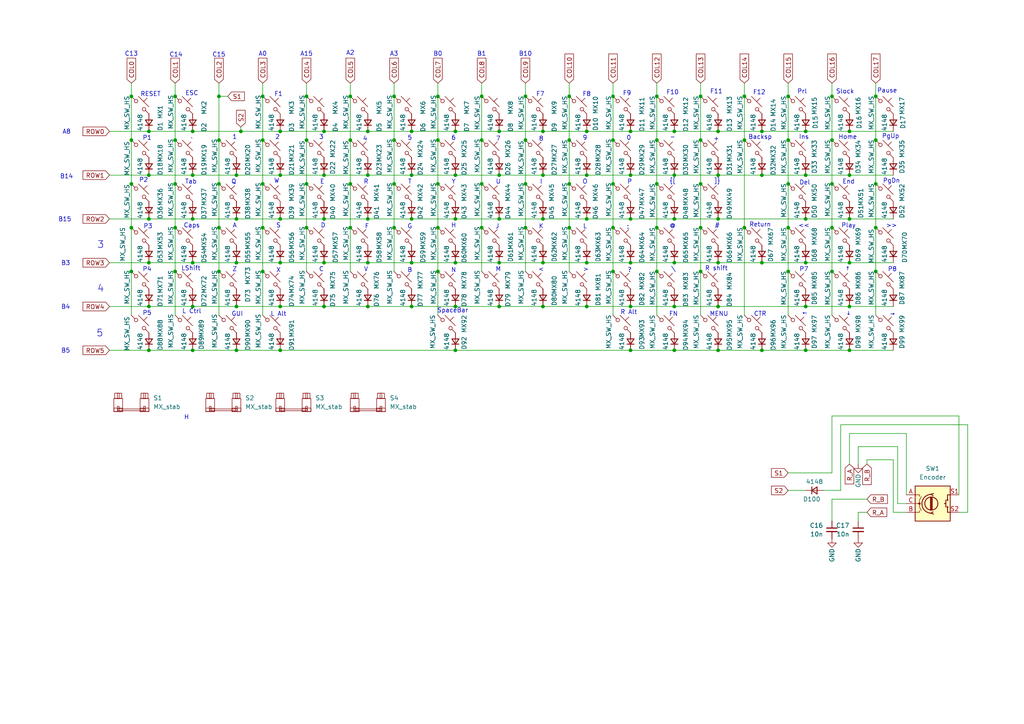
<source format=kicad_sch>
(kicad_sch (version 20231120) (generator "eeschema") (generator_version "8.0")
  (paper "A4")
  (junction (at 228.6 78.74))
  (junction (at 88.9 66.04))
  (junction (at 170.18 50.8))
  (junction (at 55.88 88.9))
  (junction (at 127 27.94))
  (junction (at 55.88 63.5))
  (junction (at 241.3 66.04))
  (junction (at 182.88 63.5))
  (junction (at 139.7 53.34))
  (junction (at 208.28 50.8))
  (junction (at 165.1 66.04))
  (junction (at 101.6 66.04))
  (junction (at 208.28 38.1))
  (junction (at 228.6 27.94))
  (junction (at 152.4 27.94))
  (junction (at 246.38 38.1))
  (junction (at 170.18 38.1))
  (junction (at 132.08 101.6))
  (junction (at 254 27.94))
  (junction (at 101.6 27.94))
  (junction (at 157.48 50.8))
  (junction (at 139.7 66.04))
  (junction (at 101.6 53.34))
  (junction (at 170.18 63.5))
  (junction (at 254 40.64))
  (junction (at 68.58 50.8))
  (junction (at 144.78 50.8))
  (junction (at 76.2 78.74))
  (junction (at 220.98 38.1))
  (junction (at 132.08 76.2))
  (junction (at 208.28 76.2))
  (junction (at 170.18 76.2))
  (junction (at 215.9 27.94))
  (junction (at 127 40.64))
  (junction (at 93.98 63.5))
  (junction (at 144.78 38.1))
  (junction (at 144.78 88.9))
  (junction (at 203.2 27.94))
  (junction (at 55.88 50.8))
  (junction (at 101.6 40.64))
  (junction (at 254 66.04))
  (junction (at 190.5 78.74))
  (junction (at 119.38 76.2))
  (junction (at 195.58 76.2))
  (junction (at 106.68 63.5))
  (junction (at 241.3 53.34))
  (junction (at 203.2 53.34))
  (junction (at 63.5 53.34))
  (junction (at 228.6 40.64))
  (junction (at 215.9 40.64))
  (junction (at 233.68 76.2))
  (junction (at 246.38 63.5))
  (junction (at 228.6 53.34))
  (junction (at 157.48 76.2))
  (junction (at 69.85 38.1))
  (junction (at 106.68 88.9))
  (junction (at 76.2 53.34))
  (junction (at 63.5 27.94))
  (junction (at 195.58 63.5))
  (junction (at 233.68 101.6))
  (junction (at 165.1 53.34))
  (junction (at 177.8 78.74))
  (junction (at 119.38 38.1))
  (junction (at 38.1 78.74))
  (junction (at 119.38 63.5))
  (junction (at 76.2 27.94))
  (junction (at 177.8 40.64))
  (junction (at 76.2 66.04))
  (junction (at 195.58 38.1))
  (junction (at 106.68 76.2))
  (junction (at 182.88 50.8))
  (junction (at 38.1 40.64))
  (junction (at 93.98 38.1))
  (junction (at 106.68 38.1))
  (junction (at 127 53.34))
  (junction (at 233.68 50.8))
  (junction (at 241.3 78.74))
  (junction (at 68.58 101.6))
  (junction (at 50.8 40.64))
  (junction (at 228.6 66.04))
  (junction (at 190.5 66.04))
  (junction (at 139.7 27.94))
  (junction (at 203.2 66.04))
  (junction (at 139.7 40.64))
  (junction (at 233.68 38.1))
  (junction (at 208.28 88.9))
  (junction (at 215.9 66.04))
  (junction (at 233.68 88.9))
  (junction (at 208.28 63.5))
  (junction (at 43.18 101.6))
  (junction (at 88.9 40.64))
  (junction (at 43.18 38.1))
  (junction (at 88.9 53.34))
  (junction (at 182.88 76.2))
  (junction (at 38.1 53.34))
  (junction (at 68.58 76.2))
  (junction (at 233.68 63.5))
  (junction (at 127 78.74))
  (junction (at 254 78.74))
  (junction (at 63.5 40.64))
  (junction (at 81.28 76.2))
  (junction (at 132.08 38.1))
  (junction (at 132.08 50.8))
  (junction (at 220.98 76.2))
  (junction (at 220.98 101.6))
  (junction (at 93.98 76.2))
  (junction (at 106.68 50.8))
  (junction (at 43.18 50.8))
  (junction (at 114.3 40.64))
  (junction (at 157.48 38.1))
  (junction (at 38.1 66.04))
  (junction (at 43.18 76.2))
  (junction (at 203.2 78.74))
  (junction (at 68.58 88.9))
  (junction (at 254 53.34))
  (junction (at 190.5 27.94))
  (junction (at 68.58 63.5))
  (junction (at 63.5 78.74))
  (junction (at 177.8 27.94))
  (junction (at 50.8 27.94))
  (junction (at 93.98 88.9))
  (junction (at 182.88 101.6))
  (junction (at 246.38 101.6))
  (junction (at 157.48 63.5))
  (junction (at 241.3 40.64))
  (junction (at 55.88 38.1))
  (junction (at 152.4 66.04))
  (junction (at 152.4 40.64))
  (junction (at 241.3 27.94))
  (junction (at 144.78 76.2))
  (junction (at 246.38 76.2))
  (junction (at 50.8 66.04))
  (junction (at 203.2 40.64))
  (junction (at 195.58 101.6))
  (junction (at 81.28 38.1))
  (junction (at 119.38 88.9))
  (junction (at 114.3 66.04))
  (junction (at 190.5 53.34))
  (junction (at 177.8 53.34))
  (junction (at 55.88 101.6))
  (junction (at 38.1 27.94))
  (junction (at 50.8 78.74))
  (junction (at 190.5 40.64))
  (junction (at 132.08 88.9))
  (junction (at 114.3 53.34))
  (junction (at 114.3 27.94))
  (junction (at 195.58 50.8))
  (junction (at 165.1 40.64))
  (junction (at 50.8 53.34))
  (junction (at 63.5 66.04))
  (junction (at 132.08 63.5))
  (junction (at 220.98 50.8))
  (junction (at 246.38 88.9))
  (junction (at 81.28 88.9))
  (junction (at 43.18 63.5))
  (junction (at 182.88 38.1))
  (junction (at 43.18 88.9))
  (junction (at 157.48 88.9))
  (junction (at 182.88 88.9))
  (junction (at 177.8 66.04))
  (junction (at 246.38 50.8))
  (junction (at 55.88 76.2))
  (junction (at 144.78 63.5))
  (junction (at 93.98 50.8))
  (junction (at 76.2 40.64))
  (junction (at 88.9 27.94))
  (junction (at 152.4 53.34))
  (junction (at 195.58 88.9))
  (junction (at 165.1 27.94))
  (junction (at 208.28 101.6))
  (junction (at 81.28 101.6))
  (junction (at 170.18 88.9))
  (junction (at 81.28 50.8))
  (junction (at 81.28 63.5))
  (junction (at 127 66.04))
  (junction (at 119.38 50.8))
  (wire (pts (xy 119.38 63.5) (xy 132.08 63.5)))
  (wire (pts (xy 203.2 27.94) (xy 203.2 40.64)))
  (wire (pts (xy 132.08 63.5) (xy 144.78 63.5)))
  (wire (pts (xy 190.5 24.13) (xy 190.5 27.94)))
  (wire (pts (xy 50.8 53.34) (xy 50.8 66.04)))
  (wire (pts (xy 215.9 24.13) (xy 215.9 27.94)))
  (wire (pts (xy 170.18 88.9) (xy 182.88 88.9)))
  (wire (pts (xy 228.6 66.04) (xy 228.6 78.74)))
  (wire (pts (xy 246.38 125.73) (xy 246.38 134.62)))
  (wire (pts (xy 93.98 76.2) (xy 106.68 76.2)))
  (wire (pts (xy 139.7 40.64) (xy 139.7 53.34)))
  (wire (pts (xy 233.68 50.8) (xy 246.38 50.8)))
  (wire (pts (xy 195.58 50.8) (xy 208.28 50.8)))
  (wire (pts (xy 93.98 63.5) (xy 106.68 63.5)))
  (wire (pts (xy 114.3 27.94) (xy 114.3 40.64)))
  (wire (pts (xy 139.7 24.13) (xy 139.7 27.94)))
  (wire (pts (xy 50.8 24.13) (xy 50.8 27.94)))
  (wire (pts (xy 31.75 63.5) (xy 43.18 63.5)))
  (wire (pts (xy 278.13 148.59) (xy 280.67 148.59)))
  (wire (pts (xy 106.68 88.9) (xy 119.38 88.9)))
  (wire (pts (xy 208.28 88.9) (xy 233.68 88.9)))
  (wire (pts (xy 127 53.34) (xy 127 66.04)))
  (wire (pts (xy 119.38 38.1) (xy 132.08 38.1)))
  (wire (pts (xy 81.28 38.1) (xy 93.98 38.1)))
  (wire (pts (xy 68.58 88.9) (xy 81.28 88.9)))
  (wire (pts (xy 144.78 50.8) (xy 157.48 50.8)))
  (wire (pts (xy 278.13 120.65) (xy 241.3 120.65)))
  (wire (pts (xy 106.68 38.1) (xy 119.38 38.1)))
  (wire (pts (xy 254 40.64) (xy 254 53.34)))
  (wire (pts (xy 152.4 27.94) (xy 152.4 40.64)))
  (wire (pts (xy 31.75 38.1) (xy 43.18 38.1)))
  (wire (pts (xy 177.8 78.74) (xy 177.8 91.44)))
  (wire (pts (xy 139.7 66.04) (xy 139.7 78.74)))
  (wire (pts (xy 31.75 88.9) (xy 43.18 88.9)))
  (wire (pts (xy 182.88 101.6) (xy 195.58 101.6)))
  (wire (pts (xy 38.1 53.34) (xy 38.1 66.04)))
  (wire (pts (xy 144.78 88.9) (xy 157.48 88.9)))
  (wire (pts (xy 63.5 78.74) (xy 63.5 91.44)))
  (wire (pts (xy 119.38 76.2) (xy 132.08 76.2)))
  (wire (pts (xy 132.08 50.8) (xy 144.78 50.8)))
  (wire (pts (xy 50.8 78.74) (xy 50.8 91.44)))
  (wire (pts (xy 55.88 50.8) (xy 68.58 50.8)))
  (wire (pts (xy 182.88 76.2) (xy 195.58 76.2)))
  (wire (pts (xy 208.28 50.8) (xy 220.98 50.8)))
  (wire (pts (xy 101.6 27.94) (xy 101.6 40.64)))
  (wire (pts (xy 81.28 88.9) (xy 93.98 88.9)))
  (wire (pts (xy 43.18 88.9) (xy 55.88 88.9)))
  (wire (pts (xy 88.9 40.64) (xy 88.9 53.34)))
  (wire (pts (xy 165.1 53.34) (xy 165.1 66.04)))
  (wire (pts (xy 132.08 88.9) (xy 144.78 88.9)))
  (wire (pts (xy 203.2 24.13) (xy 203.2 27.94)))
  (wire (pts (xy 241.3 40.64) (xy 241.3 53.34)))
  (wire (pts (xy 76.2 24.13) (xy 76.2 27.94)))
  (wire (pts (xy 165.1 66.04) (xy 165.1 78.74)))
  (wire (pts (xy 127 24.13) (xy 127 27.94)))
  (wire (pts (xy 208.28 76.2) (xy 220.98 76.2)))
  (wire (pts (xy 76.2 27.94) (xy 76.2 40.64)))
  (wire (pts (xy 170.18 63.5) (xy 182.88 63.5)))
  (wire (pts (xy 195.58 76.2) (xy 208.28 76.2)))
  (wire (pts (xy 220.98 50.8) (xy 233.68 50.8)))
  (wire (pts (xy 203.2 66.04) (xy 203.2 78.74)))
  (wire (pts (xy 93.98 38.1) (xy 106.68 38.1)))
  (wire (pts (xy 254 27.94) (xy 254 40.64)))
  (wire (pts (xy 220.98 38.1) (xy 233.68 38.1)))
  (wire (pts (xy 233.68 63.5) (xy 246.38 63.5)))
  (wire (pts (xy 182.88 88.9) (xy 195.58 88.9)))
  (wire (pts (xy 139.7 53.34) (xy 139.7 66.04)))
  (wire (pts (xy 246.38 76.2) (xy 259.08 76.2)))
  (wire (pts (xy 114.3 53.34) (xy 114.3 66.04)))
  (wire (pts (xy 262.89 125.73) (xy 246.38 125.73)))
  (wire (pts (xy 241.3 27.94) (xy 241.3 40.64)))
  (wire (pts (xy 68.58 50.8) (xy 81.28 50.8)))
  (wire (pts (xy 241.3 66.04) (xy 241.3 78.74)))
  (wire (pts (xy 262.89 143.51) (xy 262.89 125.73)))
  (wire (pts (xy 182.88 50.8) (xy 195.58 50.8)))
  (wire (pts (xy 233.68 101.6) (xy 246.38 101.6)))
  (wire (pts (xy 132.08 76.2) (xy 144.78 76.2)))
  (wire (pts (xy 106.68 63.5) (xy 119.38 63.5)))
  (wire (pts (xy 165.1 40.64) (xy 165.1 53.34)))
  (wire (pts (xy 81.28 76.2) (xy 93.98 76.2)))
  (wire (pts (xy 152.4 40.64) (xy 152.4 53.34)))
  (wire (pts (xy 278.13 143.51) (xy 278.13 120.65)))
  (wire (pts (xy 246.38 101.6) (xy 259.08 101.6)))
  (wire (pts (xy 241.3 53.34) (xy 241.3 66.04)))
  (wire (pts (xy 228.6 53.34) (xy 228.6 66.04)))
  (wire (pts (xy 157.48 50.8) (xy 170.18 50.8)))
  (wire (pts (xy 238.76 142.24) (xy 243.84 142.24)))
  (wire (pts (xy 88.9 66.04) (xy 88.9 78.74)))
  (wire (pts (xy 215.9 27.94) (xy 215.9 40.64)))
  (wire (pts (xy 228.6 40.64) (xy 228.6 53.34)))
  (wire (pts (xy 81.28 101.6) (xy 132.08 101.6)))
  (wire (pts (xy 81.28 63.5) (xy 93.98 63.5)))
  (wire (pts (xy 76.2 78.74) (xy 76.2 91.44)))
  (wire (pts (xy 228.6 142.24) (xy 233.68 142.24)))
  (wire (pts (xy 63.5 24.13) (xy 63.5 27.94)))
  (wire (pts (xy 43.18 38.1) (xy 55.88 38.1)))
  (wire (pts (xy 144.78 76.2) (xy 157.48 76.2)))
  (wire (pts (xy 50.8 66.04) (xy 50.8 78.74)))
  (wire (pts (xy 68.58 63.5) (xy 81.28 63.5)))
  (wire (pts (xy 144.78 63.5) (xy 157.48 63.5)))
  (wire (pts (xy 76.2 40.64) (xy 76.2 53.34)))
  (wire (pts (xy 262.89 146.05) (xy 260.35 146.05)))
  (wire (pts (xy 68.58 76.2) (xy 81.28 76.2)))
  (wire (pts (xy 63.5 27.94) (xy 63.5 40.64)))
  (wire (pts (xy 132.08 101.6) (xy 182.88 101.6)))
  (wire (pts (xy 127 66.04) (xy 127 78.74)))
  (wire (pts (xy 165.1 27.94) (xy 165.1 40.64)))
  (wire (pts (xy 127 27.94) (xy 127 40.64)))
  (wire (pts (xy 170.18 76.2) (xy 182.88 76.2)))
  (wire (pts (xy 233.68 88.9) (xy 246.38 88.9)))
  (wire (pts (xy 127 78.74) (xy 127 91.44)))
  (wire (pts (xy 251.46 148.59) (xy 248.92 148.59)))
  (wire (pts (xy 127 40.64) (xy 127 53.34)))
  (wire (pts (xy 101.6 24.13) (xy 101.6 27.94)))
  (wire (pts (xy 251.46 133.35) (xy 251.46 134.62)))
  (wire (pts (xy 55.88 101.6) (xy 68.58 101.6)))
  (wire (pts (xy 177.8 40.64) (xy 177.8 53.34)))
  (wire (pts (xy 31.75 76.2) (xy 43.18 76.2)))
  (wire (pts (xy 248.92 129.54) (xy 248.92 134.62)))
  (wire (pts (xy 190.5 53.34) (xy 190.5 66.04)))
  (wire (pts (xy 228.6 27.94) (xy 228.6 40.64)))
  (wire (pts (xy 170.18 50.8) (xy 182.88 50.8)))
  (wire (pts (xy 119.38 50.8) (xy 132.08 50.8)))
  (wire (pts (xy 106.68 76.2) (xy 119.38 76.2)))
  (wire (pts (xy 246.38 88.9) (xy 259.08 88.9)))
  (wire (pts (xy 157.48 63.5) (xy 170.18 63.5)))
  (wire (pts (xy 101.6 66.04) (xy 101.6 78.74)))
  (wire (pts (xy 50.8 40.64) (xy 50.8 53.34)))
  (wire (pts (xy 88.9 27.94) (xy 88.9 40.64)))
  (wire (pts (xy 38.1 24.13) (xy 38.1 27.94)))
  (wire (pts (xy 132.08 38.1) (xy 144.78 38.1)))
  (wire (pts (xy 101.6 40.64) (xy 101.6 53.34)))
  (wire (pts (xy 114.3 40.64) (xy 114.3 53.34)))
  (wire (pts (xy 152.4 66.04) (xy 152.4 78.74)))
  (wire (pts (xy 55.88 63.5) (xy 68.58 63.5)))
  (wire (pts (xy 81.28 50.8) (xy 93.98 50.8)))
  (wire (pts (xy 165.1 24.13) (xy 165.1 27.94)))
  (wire (pts (xy 55.88 88.9) (xy 68.58 88.9)))
  (wire (pts (xy 63.5 53.34) (xy 63.5 66.04)))
  (wire (pts (xy 88.9 24.13) (xy 88.9 27.94)))
  (wire (pts (xy 190.5 27.94) (xy 190.5 40.64)))
  (wire (pts (xy 38.1 27.94) (xy 38.1 40.64)))
  (wire (pts (xy 93.98 88.9) (xy 106.68 88.9)))
  (wire (pts (xy 43.18 101.6) (xy 55.88 101.6)))
  (wire (pts (xy 233.68 38.1) (xy 246.38 38.1)))
  (wire (pts (xy 38.1 78.74) (xy 38.1 91.44)))
  (wire (pts (xy 76.2 53.34) (xy 76.2 66.04)))
  (wire (pts (xy 260.35 129.54) (xy 248.92 129.54)))
  (wire (pts (xy 241.3 120.65) (xy 241.3 137.16)))
  (wire (pts (xy 246.38 38.1) (xy 259.08 38.1)))
  (wire (pts (xy 43.18 63.5) (xy 55.88 63.5)))
  (wire (pts (xy 68.58 101.6) (xy 81.28 101.6)))
  (wire (pts (xy 220.98 76.2) (xy 233.68 76.2)))
  (wire (pts (xy 69.85 36.83) (xy 69.85 38.1)))
  (wire (pts (xy 144.78 38.1) (xy 157.48 38.1)))
  (wire (pts (xy 177.8 24.13) (xy 177.8 27.94)))
  (wire (pts (xy 195.58 101.6) (xy 208.28 101.6)))
  (wire (pts (xy 254 53.34) (xy 254 66.04)))
  (wire (pts (xy 114.3 66.04) (xy 114.3 78.74)))
  (wire (pts (xy 63.5 27.94) (xy 66.04 27.94)))
  (wire (pts (xy 119.38 88.9) (xy 132.08 88.9)))
  (wire (pts (xy 262.89 148.59) (xy 259.08 148.59)))
  (wire (pts (xy 31.75 50.8) (xy 43.18 50.8)))
  (wire (pts (xy 63.5 40.64) (xy 63.5 53.34)))
  (wire (pts (xy 43.18 50.8) (xy 55.88 50.8)))
  (wire (pts (xy 259.08 133.35) (xy 251.46 133.35)))
  (wire (pts (xy 248.92 148.59) (xy 248.92 151.13)))
  (wire (pts (xy 228.6 78.74) (xy 228.6 91.44)))
  (wire (pts (xy 195.58 38.1) (xy 208.28 38.1)))
  (wire (pts (xy 280.67 123.19) (xy 243.84 123.19)))
  (wire (pts (xy 38.1 40.64) (xy 38.1 53.34)))
  (wire (pts (xy 228.6 137.16) (xy 241.3 137.16)))
  (wire (pts (xy 243.84 123.19) (xy 243.84 142.24)))
  (wire (pts (xy 208.28 38.1) (xy 220.98 38.1)))
  (wire (pts (xy 195.58 88.9) (xy 208.28 88.9)))
  (wire (pts (xy 114.3 24.13) (xy 114.3 27.94)))
  (wire (pts (xy 177.8 53.34) (xy 177.8 66.04)))
  (wire (pts (xy 203.2 53.34) (xy 203.2 66.04)))
  (wire (pts (xy 190.5 66.04) (xy 190.5 78.74)))
  (wire (pts (xy 76.2 66.04) (xy 76.2 78.74)))
  (wire (pts (xy 106.68 50.8) (xy 119.38 50.8)))
  (wire (pts (xy 177.8 27.94) (xy 177.8 40.64)))
  (wire (pts (xy 195.58 63.5) (xy 208.28 63.5)))
  (wire (pts (xy 246.38 63.5) (xy 259.08 63.5)))
  (wire (pts (xy 208.28 101.6) (xy 220.98 101.6)))
  (wire (pts (xy 241.3 144.78) (xy 241.3 151.13)))
  (wire (pts (xy 203.2 40.64) (xy 203.2 53.34)))
  (wire (pts (xy 280.67 148.59) (xy 280.67 123.19)))
  (wire (pts (xy 182.88 38.1) (xy 195.58 38.1)))
  (wire (pts (xy 182.88 63.5) (xy 195.58 63.5)))
  (wire (pts (xy 55.88 38.1) (xy 69.85 38.1)))
  (wire (pts (xy 157.48 76.2) (xy 170.18 76.2)))
  (wire (pts (xy 93.98 50.8) (xy 106.68 50.8)))
  (wire (pts (xy 38.1 66.04) (xy 38.1 78.74)))
  (wire (pts (xy 208.28 63.5) (xy 233.68 63.5)))
  (wire (pts (xy 233.68 76.2) (xy 246.38 76.2)))
  (wire (pts (xy 157.48 38.1) (xy 170.18 38.1)))
  (wire (pts (xy 254 24.13) (xy 254 27.94)))
  (wire (pts (xy 31.75 101.6) (xy 43.18 101.6)))
  (wire (pts (xy 177.8 66.04) (xy 177.8 78.74)))
  (wire (pts (xy 152.4 53.34) (xy 152.4 66.04)))
  (wire (pts (xy 241.3 78.74) (xy 241.3 91.44)))
  (wire (pts (xy 139.7 27.94) (xy 139.7 40.64)))
  (wire (pts (xy 43.18 76.2) (xy 55.88 76.2)))
  (wire (pts (xy 251.46 144.78) (xy 241.3 144.78)))
  (wire (pts (xy 215.9 40.64) (xy 215.9 66.04)))
  (wire (pts (xy 203.2 78.74) (xy 203.2 91.44)))
  (wire (pts (xy 259.08 148.59) (xy 259.08 133.35)))
  (wire (pts (xy 190.5 78.74) (xy 190.5 91.44)))
  (wire (pts (xy 152.4 24.13) (xy 152.4 27.94)))
  (wire (pts (xy 241.3 24.13) (xy 241.3 27.94)))
  (wire (pts (xy 215.9 66.04) (xy 215.9 91.44)))
  (wire (pts (xy 254 66.04) (xy 254 78.74)))
  (wire (pts (xy 254 78.74) (xy 254 91.44)))
  (wire (pts (xy 101.6 53.34) (xy 101.6 66.04)))
  (wire (pts (xy 228.6 24.13) (xy 228.6 27.94)))
  (wire (pts (xy 50.8 27.94) (xy 50.8 40.64)))
  (wire (pts (xy 55.88 76.2) (xy 68.58 76.2)))
  (wire (pts (xy 170.18 38.1) (xy 182.88 38.1)))
  (wire (pts (xy 260.35 146.05) (xy 260.35 129.54)))
  (wire (pts (xy 63.5 66.04) (xy 63.5 78.74)))
  (wire (pts (xy 246.38 50.8) (xy 259.08 50.8)))
  (wire (pts (xy 220.98 101.6) (xy 233.68 101.6)))
  (wire (pts (xy 88.9 53.34) (xy 88.9 66.04)))
  (wire (pts (xy 69.85 38.1) (xy 81.28 38.1)))
  (wire (pts (xy 157.48 88.9) (xy 170.18 88.9)))
  (wire (pts (xy 190.5 40.64) (xy 190.5 53.34)))
  (text "Play" (at 246.126 65.532 0) (effects (font (size 1.27 1.27))))
  (text "A15" (at 88.9 15.748 0) (effects (font (size 1.27 1.27))))
  (text "H" (at 54.102 121.158 0) (effects (font (size 1.27 1.27))))
  (text "→" (at 258.826 91.186 0) (effects (font (size 1.27 1.27))))
  (text "L" (at 169.672 65.786 0) (effects (font (size 1.27 1.27))))
  (text "4" (at 29.21 83.82 0) (effects (font (size 2 2))))
  (text "←" (at 233.426 90.932 0) (effects (font (size 1.27 1.27))))
  (text "D" (at 93.726 65.532 0) (effects (font (size 1.27 1.27))))
  (text "P7" (at 233.172 78.232 0) (effects (font (size 1.27 1.27))))
  (text "+" (at 207.772 40.386 0) (effects (font (size 1.27 1.27))))
  (text "S" (at 80.772 65.532 0) (effects (font (size 1.27 1.27))))
  (text "K" (at 156.972 65.786 0) (effects (font (size 1.27 1.27))))
  (text "MENU" (at 208.534 91.186 0) (effects (font (size 1.27 1.27))))
  (text "PgDn" (at 258.572 52.578 0) (effects (font (size 1.27 1.27))))
  (text "C" (at 93.218 78.232 0) (effects (font (size 1.27 1.27))))
  (text "I" (at 156.972 52.832 0) (effects (font (size 1.27 1.27))))
  (text "`" (at 55.626 40.894 0) (effects (font (size 1.27 1.27))))
  (text "C13" (at 38.1 15.748 0) (effects (font (size 1.27 1.27))))
  (text "B4" (at 19.05 89.154 0) (effects (font (size 1.27 1.27))))
  (text "G" (at 118.872 65.786 0) (effects (font (size 1.27 1.27))))
  (text "R" (at 106.172 52.832 0) (effects (font (size 1.27 1.27))))
  (text "X" (at 80.772 78.486 0) (effects (font (size 1.27 1.27))))
  (text "P3" (at 42.926 65.786 0) (effects (font (size 1.27 1.27))))
  (text "P2" (at 41.656 52.324 0) (effects (font (size 1.27 1.27))))
  (text "1" (at 68.072 39.878 0) (effects (font (size 1.27 1.27))))
  (text "O" (at 169.672 52.832 0) (effects (font (size 1.27 1.27))))
  (text "~" (at 135.128 104.14 0) (effects (font (size 1.27 1.27))))
  (text "C14" (at 51.054 16.002 0) (effects (font (size 1.27 1.27))))
  (text "B15" (at 18.796 63.754 0) (effects (font (size 1.27 1.27))))
  (text "R shift" (at 207.772 77.978 0) (effects (font (size 1.27 1.27))))
  (text "~" (at 135.382 104.14 0) (effects (font (size 1.27 1.27))))
  (text "F12" (at 220.218 26.924 0) (effects (font (size 1.27 1.27))))
  (text "F1" (at 80.772 27.432 0) (effects (font (size 1.27 1.27))))
  (text "RESET" (at 43.688 27.432 0) (effects (font (size 1.27 1.27))))
  (text "4" (at 105.918 40.386 0) (effects (font (size 1.27 1.27))))
  (text "9" (at 169.672 40.132 0) (effects (font (size 1.27 1.27))))
  (text "M" (at 144.526 78.232 0) (effects (font (size 1.27 1.27))))
  (text "F8" (at 170.18 27.432 0) (effects (font (size 1.27 1.27))))
  (text "]}" (at 208.026 52.578 0) (effects (font (size 1.27 1.27))))
  (text "Tab" (at 55.372 52.832 0) (effects (font (size 1.27 1.27))))
  (text "LShift" (at 55.372 77.978 0) (effects (font (size 1.27 1.27))))
  (text "CTR" (at 220.472 91.186 0) (effects (font (size 1.27 1.27))))
  (text "B0" (at 127 15.748 0) (effects (font (size 1.27 1.27))))
  (text "Prl" (at 232.664 26.67 0) (effects (font (size 1.27 1.27))))
  (text "-" (at 195.072 39.878 0) (effects (font (size 1.27 1.27))))
  (text "FN" (at 195.326 91.186 0) (effects (font (size 1.27 1.27))))
  (text "<<" (at 233.172 65.532 0) (effects (font (size 1.27 1.27))))
  (text "F7" (at 156.718 27.432 0) (effects (font (size 1.27 1.27))))
  (text "2" (at 80.518 39.878 0) (effects (font (size 1.27 1.27))))
  (text "Z" (at 68.072 78.232 0) (effects (font (size 1.27 1.27))))
  (text "↑" (at 245.872 77.978 0) (effects (font (size 1.27 1.27))))
  (text "H" (at 131.572 65.532 0) (effects (font (size 1.27 1.27))))
  (text "Backsp" (at 220.472 39.878 0) (effects (font (size 1.27 1.27))))
  (text "Caps" (at 55.626 65.532 0) (effects (font (size 1.27 1.27))))
  (text "Y" (at 131.572 52.832 0) (effects (font (size 1.27 1.27))))
  (text "T" (at 118.872 52.832 0) (effects (font (size 1.27 1.27))))
  (text ";" (at 182.118 65.786 0) (effects (font (size 1.27 1.27))))
  (text "A3" (at 114.3 15.748 0) (effects (font (size 1.27 1.27))))
  (text "6" (at 131.572 40.132 0) (effects (font (size 1.27 1.27))))
  (text "Return" (at 220.472 65.278 0) (effects (font (size 1.27 1.27))))
  (text "5" (at 28.956 96.774 0) (effects (font (size 2 2))))
  (text "B14" (at 19.304 51.308 0) (effects (font (size 1.27 1.27))))
  (text "A2" (at 101.6 15.494 0) (effects (font (size 1.27 1.27))))
  (text "8" (at 156.972 40.386 0) (effects (font (size 1.27 1.27))))
  (text ">>" (at 258.572 65.532 0) (effects (font (size 1.27 1.27))))
  (text "Q" (at 67.818 52.832 0) (effects (font (size 1.27 1.27))))
  (text "L Ctrl" (at 55.626 90.424 0) (effects (font (size 1.27 1.27))))
  (text "R Alt" (at 182.372 90.678 0) (effects (font (size 1.27 1.27))))
  (text "P5" (at 42.672 90.932 0) (effects (font (size 1.27 1.27))))
  (text "B1" (at 139.7 15.748 0) (effects (font (size 1.27 1.27))))
  (text "E" (at 93.472 52.832 0) (effects (font (size 1.27 1.27))))
  (text "Home" (at 245.872 39.878 0) (effects (font (size 1.27 1.27))))
  (text "End" (at 246.126 52.832 0) (effects (font (size 1.27 1.27))))
  (text "U" (at 144.526 52.832 0) (effects (font (size 1.27 1.27))))
  (text "B3" (at 19.05 76.454 0) (effects (font (size 1.27 1.27))))
  (text "J" (at 144.272 65.786 0) (effects (font (size 1.27 1.27))))
  (text "\\" (at 195.326 78.232 0) (effects (font (size 1.27 1.27))))
  (text "#" (at 208.026 65.532 0) (effects (font (size 1.27 1.27))))
  (text "F11" (at 207.772 26.67 0) (effects (font (size 1.27 1.27))))
  (text "N" (at 131.572 78.486 0) (effects (font (size 1.27 1.27))))
  (text "B5" (at 19.05 101.854 0) (effects (font (size 1.27 1.27))))
  (text "W" (at 80.264 52.578 0) (effects (font (size 1.27 1.27))))
  (text "?" (at 182.626 78.486 0) (effects (font (size 1.27 1.27))))
  (text "F10" (at 195.072 26.924 0) (effects (font (size 1.27 1.27))))
  (text "P8" (at 258.826 78.232 0) (effects (font (size 1.27 1.27))))
  (text "PgUp" (at 258.318 39.624 0) (effects (font (size 1.27 1.27))))
  (text "3" (at 93.218 39.878 0) (effects (font (size 1.27 1.27))))
  (text "A" (at 68.072 65.532 0) (effects (font (size 1.27 1.27))))
  (text "F" (at 106.426 65.786 0) (effects (font (size 1.27 1.27))))
  (text "V" (at 106.172 78.232 0) (effects (font (size 1.27 1.27))))
  (text "ESC" (at 55.626 27.178 0) (effects (font (size 1.27 1.27))))
  (text "P4" (at 42.672 78.232 0) (effects (font (size 1.27 1.27))))
  (text "@" (at 195.072 65.532 0) (effects (font (size 1.27 1.27))))
  (text "F9" (at 181.864 27.178 0) (effects (font (size 1.27 1.27))))
  (text "3" (at 29.21 71.12 0) (effects (font (size 2 2))))
  (text "{[" (at 195.072 52.578 0) (effects (font (size 1.27 1.27))))
  (text "GUI" (at 68.834 91.186 0) (effects (font (size 1.27 1.27))))
  (text "A8" (at 19.304 38.354 0) (effects (font (size 1.27 1.27))))
  (text "A0" (at 76.2 15.748 0) (effects (font (size 1.27 1.27))))
  (text "B10" (at 152.4 15.748 0) (effects (font (size 1.27 1.27))))
  (text "Pause" (at 257.302 26.416 0) (effects (font (size 1.27 1.27))))
  (text "SpaceBar" (at 131.318 90.17 0) (effects (font (size 1.27 1.27))))
  (text "<" (at 156.972 78.232 0) (effects (font (size 1.27 1.27))))
  (text "L Alt" (at 80.772 91.186 0) (effects (font (size 1.27 1.27))))
  (text "0" (at 182.372 40.132 0) (effects (font (size 1.27 1.27))))
  (text "B" (at 118.872 78.486 0) (effects (font (size 1.27 1.27))))
  (text "Slock" (at 245.11 26.67 0) (effects (font (size 1.27 1.27))))
  (text "5" (at 118.872 40.132 0) (effects (font (size 1.27 1.27))))
  (text "Del" (at 233.426 53.086 0) (effects (font (size 1.27 1.27))))
  (text "Ins" (at 233.172 39.878 0) (effects (font (size 1.27 1.27))))
  (text "↓" (at 246.126 90.932 0) (effects (font (size 1.27 1.27))))
  (text "P1" (at 42.672 40.132 0) (effects (font (size 1.27 1.27))))
  (text ">" (at 169.926 78.232 0) (effects (font (size 1.27 1.27))))
  (text "7" (at 144.526 40.386 0) (effects (font (size 1.27 1.27))))
  (text "C15" (at 63.5 16.002 0) (effects (font (size 1.27 1.27))))
  (text "P" (at 182.626 52.832 0) (effects (font (size 1.27 1.27))))
  (global_label "S2" (shape input) (at 69.85 36.83 90) (property "Intersheetrefs" "${INTERSHEET_REFS}" (effects (hide yes))))
  (global_label "COL7" (shape input) (at 127 24.13 90) (property "Intersheetrefs" "${INTERSHEET_REFS}" (effects (hide yes))))
  (global_label "ROW2" (shape input) (at 31.75 63.5 180) (property "Intersheetrefs" "${INTERSHEET_REFS}" (effects (hide yes))))
  (global_label "S1" (shape input) (at 228.6 137.16 180) (property "Intersheetrefs" "${INTERSHEET_REFS}" (effects (hide yes))))
  (global_label "COL6" (shape input) (at 114.3 24.13 90) (property "Intersheetrefs" "${INTERSHEET_REFS}" (effects (hide yes))))
  (global_label "R_A" (shape input) (at 251.46 148.59 0) (property "Intersheetrefs" "${INTERSHEET_REFS}" (effects (hide yes))))
  (global_label "COL8" (shape input) (at 139.7 24.13 90) (property "Intersheetrefs" "${INTERSHEET_REFS}" (effects (hide yes))))
  (global_label "COL10" (shape input) (at 165.1 24.13 90) (property "Intersheetrefs" "${INTERSHEET_REFS}" (effects (hide yes))))
  (global_label "ROW4" (shape input) (at 31.75 88.9 180) (property "Intersheetrefs" "${INTERSHEET_REFS}" (effects (hide yes))))
  (global_label "R_A" (shape input) (at 246.38 134.62 270) (property "Intersheetrefs" "${INTERSHEET_REFS}" (effects (hide yes))))
  (global_label "COL16" (shape input) (at 241.3 24.13 90) (property "Intersheetrefs" "${INTERSHEET_REFS}" (effects (hide yes))))
  (global_label "COL3" (shape input) (at 76.2 24.13 90) (property "Intersheetrefs" "${INTERSHEET_REFS}" (effects (hide yes))))
  (global_label "COL12" (shape input) (at 190.5 24.13 90) (property "Intersheetrefs" "${INTERSHEET_REFS}" (effects (hide yes))))
  (global_label "ROW3" (shape input) (at 31.75 76.2 180) (property "Intersheetrefs" "${INTERSHEET_REFS}" (effects (hide yes))))
  (global_label "COL1" (shape input) (at 50.8 24.13 90) (property "Intersheetrefs" "${INTERSHEET_REFS}" (effects (hide yes))))
  (global_label "S2" (shape input) (at 228.6 142.24 180) (property "Intersheetrefs" "${INTERSHEET_REFS}" (effects (hide yes))))
  (global_label "ROW5" (shape input) (at 31.75 101.6 180) (property "Intersheetrefs" "${INTERSHEET_REFS}" (effects (hide yes))))
  (global_label "COL17" (shape input) (at 254 24.13 90) (property "Intersheetrefs" "${INTERSHEET_REFS}" (effects (hide yes))))
  (global_label "COL9" (shape input) (at 152.4 24.13 90) (property "Intersheetrefs" "${INTERSHEET_REFS}" (effects (hide yes))))
  (global_label "R_B" (shape input) (at 251.46 144.78 0) (property "Intersheetrefs" "${INTERSHEET_REFS}" (effects (hide yes))))
  (global_label "R_B" (shape input) (at 251.46 134.62 270) (property "Intersheetrefs" "${INTERSHEET_REFS}" (effects (hide yes))))
  (global_label "COL13" (shape input) (at 203.2 24.13 90) (property "Intersheetrefs" "${INTERSHEET_REFS}" (effects (hide yes))))
  (global_label "COL2" (shape input) (at 63.5 24.13 90) (property "Intersheetrefs" "${INTERSHEET_REFS}" (effects (hide yes))))
  (global_label "COL15" (shape input) (at 228.6 24.13 90) (property "Intersheetrefs" "${INTERSHEET_REFS}" (effects (hide yes))))
  (global_label "COL4" (shape input) (at 88.9 24.13 90) (property "Intersheetrefs" "${INTERSHEET_REFS}" (effects (hide yes))))
  (global_label "ROW1" (shape input) (at 31.75 50.8 180) (property "Intersheetrefs" "${INTERSHEET_REFS}" (effects (hide yes))))
  (global_label "COL14" (shape input) (at 215.9 24.13 90) (property "Intersheetrefs" "${INTERSHEET_REFS}" (effects (hide yes))))
  (global_label "COL11" (shape input) (at 177.8 24.13 90) (property "Intersheetrefs" "${INTERSHEET_REFS}" (effects (hide yes))))
  (global_label "COL0" (shape input) (at 38.1 24.13 90) (property "Intersheetrefs" "${INTERSHEET_REFS}" (effects (hide yes))))
  (global_label "ROW0" (shape input) (at 31.75 38.1 180) (property "Intersheetrefs" "${INTERSHEET_REFS}" (effects (hide yes))))
  (global_label "S1" (shape input) (at 66.04 27.94 0) (property "Intersheetrefs" "${INTERSHEET_REFS}" (effects (hide yes))))
  (global_label "COL5" (shape input) (at 101.6 24.13 90) (property "Intersheetrefs" "${INTERSHEET_REFS}" (effects (hide yes))))
  (symbol (lib_id "marbastlib-mx:MX_SW_HS_CPG151101S11") (at 243.84 43.18 0) (unit 1)
    (property "Reference" "MX34" (at 248.92 43.18 90))
    (property "Value" "MX_SW_HS" (at 240.03 45.466 90))
    (property "Footprint" "marbastlib-mx:SW_MX_HS_CPG151101S11_1u" (effects (hide yes)))
    (property "Description" "Push button switch, normally open, two pins, 45° tilted, Kailh CPG151101S11 for Cherry MX style switches" (effects (hide yes)))
  )
  (symbol (lib_id "Device:D_Small") (at 208.28 99.06 90) (unit 1)
    (property "Reference" "D95" (at 211.582 97.79 0) (effects (justify right)))
    (property "Value" "4148" (at 205.74 96.52 0) (effects (justify right)))
    (property "Footprint" "ScottoKeebs_Components:Diode_SOD-123" (effects (hide yes)))
    (property "Description" "Diode, small symbol" (effects (hide yes)))
    (property "Sim.Device" "D" (effects (hide yes)))
    (property "Sim.Pins" "1=K 2=A" (effects (hide yes)))
  )
  (symbol (lib_id "Device:D_Small") (at 246.38 73.66 90) (unit 1)
    (property "Reference" "D69" (at 248.92 72.136 0) (effects (justify right)))
    (property "Value" "4148" (at 243.84 71.12 0) (effects (justify right)))
    (property "Footprint" "ScottoKeebs_Components:Diode_SOD-123" (effects (hide yes)))
    (property "Description" "Diode, small symbol" (effects (hide yes)))
    (property "Sim.Device" "D" (effects (hide yes)))
    (property "Sim.Pins" "1=K 2=A" (effects (hide yes)))
  )
  (symbol (lib_id "marbastlib-mx:MX_SW_HS_CPG151101S11") (at 167.64 81.28 0) (unit 1)
    (property "Reference" "MX81" (at 173.482 81.788 90))
    (property "Value" "MX_SW_HS" (at 163.83 83.312 90))
    (property "Footprint" "marbastlib-mx:SW_MX_HS_CPG151101S11_1u" (effects (hide yes)))
    (property "Description" "Push button switch, normally open, two pins, 45° tilted, Kailh CPG151101S11 for Cherry MX style switches" (effects (hide yes)))
  )
  (symbol (lib_id "marbastlib-mx:MX_SW_HS_CPG151101S11") (at 193.04 93.98 0) (unit 1)
    (property "Reference" "MX94" (at 198.882 95.25 90))
    (property "Value" "MX_SW_HS" (at 189.23 96.266 90))
    (property "Footprint" "marbastlib-mx:SW_MX_HS_CPG151101S11_1.25u" (effects (hide yes)))
    (property "Description" "Push button switch, normally open, two pins, 45° tilted, Kailh CPG151101S11 for Cherry MX style switches" (effects (hide yes)))
  )
  (symbol (lib_id "Device:D_Small") (at 93.98 73.66 90) (unit 1)
    (property "Reference" "D57" (at 97.282 72.39 0) (effects (justify right)))
    (property "Value" "4148" (at 91.44 71.12 0) (effects (justify right)))
    (property "Footprint" "ScottoKeebs_Components:Diode_SOD-123" (effects (hide yes)))
    (property "Description" "Diode, small symbol" (effects (hide yes)))
    (property "Sim.Device" "D" (effects (hide yes)))
    (property "Sim.Pins" "1=K 2=A" (effects (hide yes)))
  )
  (symbol (lib_id "Device:D_Small") (at 144.78 73.66 90) (unit 1)
    (property "Reference" "D61" (at 148.082 72.136 0) (effects (justify right)))
    (property "Value" "4148" (at 142.24 71.12 0) (effects (justify right)))
    (property "Footprint" "ScottoKeebs_Components:Diode_SOD-123" (effects (hide yes)))
    (property "Description" "Diode, small symbol" (effects (hide yes)))
    (property "Sim.Device" "D" (effects (hide yes)))
    (property "Sim.Pins" "1=K 2=A" (effects (hide yes)))
  )
  (symbol (lib_id "power:GND") (at 248.92 134.62 0) (mirror y) (unit 1)
    (property "Reference" "#PWR018" (effects (hide yes)))
    (property "Value" "GND" (at 248.92 137.414 90) (effects (justify right)))
  )
  (symbol (lib_id "Device:D_Small") (at 195.58 48.26 90) (unit 1)
    (property "Reference" "D30" (at 198.882 46.99 0) (effects (justify right)))
    (property "Value" "4148" (at 193.04 45.72 0) (effects (justify right)))
    (property "Footprint" "ScottoKeebs_Components:Diode_SOD-123" (effects (hide yes)))
    (property "Description" "Diode, small symbol" (effects (hide yes)))
    (property "Sim.Device" "D" (effects (hide yes)))
    (property "Sim.Pins" "1=K 2=A" (effects (hide yes)))
  )
  (symbol (lib_id "marbastlib-mx:MX_SW_HS_CPG151101S11") (at 243.84 55.88 0) (unit 1)
    (property "Reference" "MX51" (at 249.682 57.15 90))
    (property "Value" "MX_SW_HS" (at 240.03 57.912 90))
    (property "Footprint" "marbastlib-mx:SW_MX_HS_CPG151101S11_1u" (effects (hide yes)))
    (property "Description" "Push button switch, normally open, two pins, 45° tilted, Kailh CPG151101S11 for Cherry MX style switches" (effects (hide yes)))
  )
  (symbol (lib_id "marbastlib-mx:MX_SW_HS_CPG151101S11") (at 205.74 55.88 0) (unit 1)
    (property "Reference" "MX49" (at 211.582 57.15 90))
    (property "Value" "MX_SW_HS" (at 201.93 58.166 90))
    (property "Footprint" "marbastlib-mx:SW_MX_HS_CPG151101S11_1u" (effects (hide yes)))
    (property "Description" "Push button switch, normally open, two pins, 45° tilted, Kailh CPG151101S11 for Cherry MX style switches" (effects (hide yes)))
  )
  (symbol (lib_id "Device:D_Small") (at 233.68 86.36 90) (unit 1)
    (property "Reference" "D85" (at 236.22 84.582 0) (effects (justify right)))
    (property "Value" "4148" (at 231.14 83.82 0) (effects (justify right)))
    (property "Footprint" "ScottoKeebs_Components:Diode_SOD-123" (effects (hide yes)))
    (property "Description" "Diode, small symbol" (effects (hide yes)))
    (property "Sim.Device" "D" (effects (hide yes)))
    (property "Sim.Pins" "1=K 2=A" (effects (hide yes)))
  )
  (symbol (lib_id "Device:D_Small") (at 68.58 60.96 90) (unit 1)
    (property "Reference" "D38" (at 71.882 59.69 0) (effects (justify right)))
    (property "Value" "4148" (at 66.04 58.42 0) (effects (justify right)))
    (property "Footprint" "ScottoKeebs_Components:Diode_SOD-123" (effects (hide yes)))
    (property "Description" "Diode, small symbol" (effects (hide yes)))
    (property "Sim.Device" "D" (effects (hide yes)))
    (property "Sim.Pins" "1=K 2=A" (effects (hide yes)))
  )
  (symbol (lib_id "Device:D_Small") (at 246.38 48.26 90) (unit 1)
    (property "Reference" "D34" (at 248.92 46.482 0) (effects (justify right)))
    (property "Value" "4148" (at 243.84 45.72 0) (effects (justify right)))
    (property "Footprint" "ScottoKeebs_Components:Diode_SOD-123" (effects (hide yes)))
    (property "Description" "Diode, small symbol" (effects (hide yes)))
    (property "Sim.Device" "D" (effects (hide yes)))
    (property "Sim.Pins" "1=K 2=A" (effects (hide yes)))
  )
  (symbol (lib_id "Device:D_Small") (at 195.58 35.56 90) (unit 1)
    (property "Reference" "D12" (at 198.882 34.29 0) (effects (justify right)))
    (property "Value" "4148" (at 193.04 33.02 0) (effects (justify right)))
    (property "Footprint" "ScottoKeebs_Components:Diode_SOD-123" (effects (hide yes)))
    (property "Description" "Diode, small symbol" (effects (hide yes)))
    (property "Sim.Device" "D" (effects (hide yes)))
    (property "Sim.Pins" "1=K 2=A" (effects (hide yes)))
  )
  (symbol (lib_id "marbastlib-mx:MX_SW_HS_CPG151101S11") (at 256.54 81.28 0) (unit 1)
    (property "Reference" "MX87" (at 261.62 81.28 90))
    (property "Value" "MX_SW_HS" (at 252.73 83.566 90))
    (property "Footprint" "marbastlib-mx:SW_MX_HS_CPG151101S11_1u" (effects (hide yes)))
    (property "Description" "Push button switch, normally open, two pins, 45° tilted, Kailh CPG151101S11 for Cherry MX style switches" (effects (hide yes)))
  )
  (symbol (lib_id "marbastlib-mx:MX_SW_HS_CPG151101S11") (at 256.54 93.98 0) (unit 1)
    (property "Reference" "MX99" (at 261.62 93.98 90))
    (property "Value" "MX_SW_HS" (at 252.73 96.266 90))
    (property "Footprint" "marbastlib-mx:SW_MX_HS_CPG151101S11_1u" (effects (hide yes)))
    (property "Description" "Push button switch, normally open, two pins, 45° tilted, Kailh CPG151101S11 for Cherry MX style switches" (effects (hide yes)))
  )
  (symbol (lib_id "marbastlib-mx:MX_SW_HS_CPG151101S11") (at 104.14 81.28 0) (unit 1)
    (property "Reference" "MX76" (at 109.22 81.28 90))
    (property "Value" "MX_SW_HS" (at 100.33 83.312 90))
    (property "Footprint" "marbastlib-mx:SW_MX_HS_CPG151101S11_1u" (effects (hide yes)))
    (property "Description" "Push button switch, normally open, two pins, 45° tilted, Kailh CPG151101S11 for Cherry MX style switches" (effects (hide yes)))
  )
  (symbol (lib_id "Device:D_Small") (at 43.18 86.36 90) (unit 1)
    (property "Reference" "D71" (at 46.482 85.09 0) (effects (justify right)))
    (property "Value" "4148" (at 40.64 83.82 0) (effects (justify right)))
    (property "Footprint" "ScottoKeebs_Components:Diode_SOD-123" (effects (hide yes)))
    (property "Description" "Diode, small symbol" (effects (hide yes)))
    (property "Sim.Device" "D" (effects (hide yes)))
    (property "Sim.Pins" "1=K 2=A" (effects (hide yes)))
  )
  (symbol (lib_id "Device:D_Small") (at 93.98 48.26 90) (unit 1)
    (property "Reference" "D22" (at 96.52 46.736 0) (effects (justify right)))
    (property "Value" "4148" (at 91.44 45.72 0) (effects (justify right)))
    (property "Footprint" "ScottoKeebs_Components:Diode_SOD-123" (effects (hide yes)))
    (property "Description" "Diode, small symbol" (effects (hide yes)))
    (property "Sim.Device" "D" (effects (hide yes)))
    (property "Sim.Pins" "1=K 2=A" (effects (hide yes)))
  )
  (symbol (lib_id "Device:D_Small") (at 144.78 60.96 90) (unit 1)
    (property "Reference" "D44" (at 147.32 59.69 0) (effects (justify right)))
    (property "Value" "4148" (at 142.24 58.42 0) (effects (justify right)))
    (property "Footprint" "ScottoKeebs_Components:Diode_SOD-123" (effects (hide yes)))
    (property "Description" "Diode, small symbol" (effects (hide yes)))
    (property "Sim.Device" "D" (effects (hide yes)))
    (property "Sim.Pins" "1=K 2=A" (effects (hide yes)))
  )
  (symbol (lib_id "Device:D_Small") (at 182.88 60.96 90) (unit 1)
    (property "Reference" "D47" (at 186.182 59.69 0) (effects (justify right)))
    (property "Value" "4148" (at 180.34 58.42 0) (effects (justify right)))
    (property "Footprint" "ScottoKeebs_Components:Diode_SOD-123" (effects (hide yes)))
    (property "Description" "Diode, small symbol" (effects (hide yes)))
    (property "Sim.Device" "D" (effects (hide yes)))
    (property "Sim.Pins" "1=K 2=A" (effects (hide yes)))
  )
  (symbol (lib_id "marbastlib-mx:MX_SW_HS_CPG151101S11") (at 53.34 43.18 0) (unit 1)
    (property "Reference" "MX19" (at 59.182 44.45 90))
    (property "Value" "MX_SW_HS" (at 49.53 45.212 90))
    (property "Footprint" "marbastlib-mx:SW_MX_HS_CPG151101S11_1u" (effects (hide yes)))
    (property "Description" "Push button switch, normally open, two pins, 45° tilted, Kailh CPG151101S11 for Cherry MX style switches" (effects (hide yes)))
  )
  (symbol (lib_id "marbastlib-mx:MX_SW_HS_CPG151101S11") (at 78.74 81.28 0) (unit 1)
    (property "Reference" "MX74" (at 84.582 82.55 90))
    (property "Value" "MX_SW_HS" (at 74.93 83.312 90))
    (property "Footprint" "marbastlib-mx:SW_MX_HS_CPG151101S11_1u" (effects (hide yes)))
    (property "Description" "Push button switch, normally open, two pins, 45° tilted, Kailh CPG151101S11 for Cherry MX style switches" (effects (hide yes)))
  )
  (symbol (lib_id "marbastlib-mx:MX_SW_HS_CPG151101S11") (at 116.84 55.88 0) (unit 1)
    (property "Reference" "MX42" (at 121.92 55.88 90))
    (property "Value" "MX_SW_HS" (at 113.03 57.912 90))
    (property "Footprint" "marbastlib-mx:SW_MX_HS_CPG151101S11_1u" (effects (hide yes)))
    (property "Description" "Push button switch, normally open, two pins, 45° tilted, Kailh CPG151101S11 for Cherry MX style switches" (effects (hide yes)))
  )
  (symbol (lib_id "power:GND") (at 241.3 156.21 0) (mirror y) (unit 1)
    (property "Reference" "#PWR019" (effects (hide yes)))
    (property "Value" "GND" (at 241.3 159.004 90) (effects (justify right)))
  )
  (symbol (lib_id "Device:D_Small") (at 81.28 86.36 90) (unit 1)
    (property "Reference" "D74" (at 84.582 85.09 0) (effects (justify right)))
    (property "Value" "4148" (at 78.74 83.82 0) (effects (justify right)))
    (property "Footprint" "ScottoKeebs_Components:Diode_SOD-123" (effects (hide yes)))
    (property "Description" "Diode, small symbol" (effects (hide yes)))
    (property "Sim.Device" "D" (effects (hide yes)))
    (property "Sim.Pins" "1=K 2=A" (effects (hide yes)))
  )
  (symbol (lib_id "Device:D_Small") (at 157.48 35.56 90) (unit 1)
    (property "Reference" "D9" (at 160.782 35.56 0) (effects (justify right)))
    (property "Value" "4148" (at 154.94 33.02 0) (effects (justify right)))
    (property "Footprint" "ScottoKeebs_Components:Diode_SOD-123" (effects (hide yes)))
    (property "Description" "Diode, small symbol" (effects (hide yes)))
    (property "Sim.Device" "D" (effects (hide yes)))
    (property "Sim.Pins" "1=K 2=A" (effects (hide yes)))
  )
  (symbol (lib_id "marbastlib-mx:MX_SW_HS_CPG151101S11") (at 142.24 55.88 0) (unit 1)
    (property "Reference" "MX44" (at 147.32 55.88 90))
    (property "Value" "MX_SW_HS" (at 138.43 57.912 90))
    (property "Footprint" "marbastlib-mx:SW_MX_HS_CPG151101S11_1u" (effects (hide yes)))
    (property "Description" "Push button switch, normally open, two pins, 45° tilted, Kailh CPG151101S11 for Cherry MX style switches" (effects (hide yes)))
  )
  (symbol (lib_id "Device:D_Small") (at 259.08 60.96 90) (unit 1)
    (property "Reference" "D52" (at 261.62 59.436 0) (effects (justify right)))
    (property "Value" "4148" (at 256.54 58.42 0) (effects (justify right)))
    (property "Footprint" "ScottoKeebs_Components:Diode_SOD-123" (effects (hide yes)))
    (property "Description" "Diode, small symbol" (effects (hide yes)))
    (property "Sim.Device" "D" (effects (hide yes)))
    (property "Sim.Pins" "1=K 2=A" (effects (hide yes)))
  )
  (symbol (lib_id "marbastlib-mx:MX_SW_HS_CPG151101S11") (at 154.94 68.58 0) (unit 1)
    (property "Reference" "MX62" (at 160.782 69.85 90))
    (property "Value" "MX_SW_HS" (at 151.13 70.612 90))
    (property "Footprint" "marbastlib-mx:SW_MX_HS_CPG151101S11_1u" (effects (hide yes)))
    (property "Description" "Push button switch, normally open, two pins, 45° tilted, Kailh CPG151101S11 for Cherry MX style switches" (effects (hide yes)))
  )
  (symbol (lib_id "Device:D_Small") (at 220.98 48.26 90) (unit 1)
    (property "Reference" "D32" (at 224.282 46.99 0) (effects (justify right)))
    (property "Value" "4148" (at 218.44 45.72 0) (effects (justify right)))
    (property "Footprint" "ScottoKeebs_Components:Diode_SOD-123" (effects (hide yes)))
    (property "Description" "Diode, small symbol" (effects (hide yes)))
    (property "Sim.Device" "D" (effects (hide yes)))
    (property "Sim.Pins" "1=K 2=A" (effects (hide yes)))
  )
  (symbol (lib_id "Device:D_Small") (at 157.48 48.26 90) (unit 1)
    (property "Reference" "D27" (at 160.782 46.99 0) (effects (justify right)))
    (property "Value" "4148" (at 154.94 45.72 0) (effects (justify right)))
    (property "Footprint" "ScottoKeebs_Components:Diode_SOD-123" (effects (hide yes)))
    (property "Description" "Diode, small symbol" (effects (hide yes)))
    (property "Sim.Device" "D" (effects (hide yes)))
    (property "Sim.Pins" "1=K 2=A" (effects (hide yes)))
  )
  (symbol (lib_id "Device:D_Small") (at 43.18 99.06 90) (unit 1)
    (property "Reference" "D88" (at 46.482 97.79 0) (effects (justify right)))
    (property "Value" "4148" (at 40.64 96.52 0) (effects (justify right)))
    (property "Footprint" "ScottoKeebs_Components:Diode_SOD-123" (effects (hide yes)))
    (property "Description" "Diode, small symbol" (effects (hide yes)))
    (property "Sim.Device" "D" (effects (hide yes)))
    (property "Sim.Pins" "1=K 2=A" (effects (hide yes)))
  )
  (symbol (lib_id "marbastlib-mx:MX_SW_HS_CPG151101S11") (at 193.04 43.18 0) (unit 1)
    (property "Reference" "MX30" (at 198.882 44.45 90))
    (property "Value" "MX_SW_HS" (at 189.23 45.466 90))
    (property "Footprint" "marbastlib-mx:SW_MX_HS_CPG151101S11_1u" (effects (hide yes)))
    (property "Description" "Push button switch, normally open, two pins, 45° tilted, Kailh CPG151101S11 for Cherry MX style switches" (effects (hide yes)))
  )
  (symbol (lib_id "marbastlib-mx:MX_SW_HS_CPG151101S11") (at 40.64 68.58 0) (unit 1)
    (property "Reference" "MX53" (at 46.482 69.85 90))
    (property "Value" "MX_SW_HS" (at 35.56 70.866 90))
    (property "Footprint" "marbastlib-mx:SW_MX_HS_CPG151101S11_1u" (effects (hide yes)))
    (property "Description" "Push button switch, normally open, two pins, 45° tilted, Kailh CPG151101S11 for Cherry MX style switches" (effects (hide yes)))
  )
  (symbol (lib_id "marbastlib-mx:MX_SW_HS_CPG151101S11") (at 167.64 55.88 0) (unit 1)
    (property "Reference" "MX46" (at 172.72 55.88 90))
    (property "Value" "MX_SW_HS" (at 163.83 57.912 90))
    (property "Footprint" "marbastlib-mx:SW_MX_HS_CPG151101S11_1u" (effects (hide yes)))
    (property "Description" "Push button switch, normally open, two pins, 45° tilted, Kailh CPG151101S11 for Cherry MX style switches" (effects (hide yes)))
  )
  (symbol (lib_id "marbastlib-mx:MX_SW_HS_CPG151101S11") (at 167.64 68.58 0) (unit 1)
    (property "Reference" "MX63" (at 173.482 69.85 90))
    (property "Value" "MX_SW_HS" (at 163.83 70.612 90))
    (property "Footprint" "marbastlib-mx:SW_MX_HS_CPG151101S11_1u" (effects (hide yes)))
    (property "Description" "Push button switch, normally open, two pins, 45° tilted, Kailh CPG151101S11 for Cherry MX style switches" (effects (hide yes)))
  )
  (symbol (lib_id "marbastlib-mx:MX_SW_HS_CPG151101S11") (at 193.04 68.58 0) (unit 1)
    (property "Reference" "MX65" (at 198.882 69.85 90))
    (property "Value" "MX_SW_HS" (at 189.23 70.866 90))
    (property "Footprint" "marbastlib-mx:SW_MX_HS_CPG151101S11_1u" (effects (hide yes)))
    (property "Description" "Push button switch, normally open, two pins, 45° tilted, Kailh CPG151101S11 for Cherry MX style switches" (effects (hide yes)))
  )
  (symbol (lib_id "marbastlib-mx:MX_SW_HS_CPG151101S11") (at 40.64 55.88 0) (unit 1)
    (property "Reference" "MX36" (at 46.482 57.15 90))
    (property "Value" "MX_SW_HS" (at 36.83 58.42 90))
    (property "Footprint" "marbastlib-mx:SW_MX_HS_CPG151101S11_1u" (effects (hide yes)))
    (property "Description" "Push button switch, normally open, two pins, 45° tilted, Kailh CPG151101S11 for Cherry MX style switches" (effects (hide yes)))
  )
  (symbol (lib_id "Device:D_Small") (at 195.58 99.06 90) (unit 1)
    (property "Reference" "D94" (at 198.882 97.79 0) (effects (justify right)))
    (property "Value" "4148" (at 193.04 96.52 0) (effects (justify right)))
    (property "Footprint" "ScottoKeebs_Components:Diode_SOD-123" (effects (hide yes)))
    (property "Description" "Diode, small symbol" (effects (hide yes)))
    (property "Sim.Device" "D" (effects (hide yes)))
    (property "Sim.Pins" "1=K 2=A" (effects (hide yes)))
  )
  (symbol (lib_id "Device:D_Small") (at 132.08 48.26 90) (unit 1)
    (property "Reference" "D25" (at 134.62 46.99 0) (effects (justify right)))
    (property "Value" "4148" (at 129.54 45.72 0) (effects (justify right)))
    (property "Footprint" "ScottoKeebs_Components:Diode_SOD-123" (effects (hide yes)))
    (property "Description" "Diode, small symbol" (effects (hide yes)))
    (property "Sim.Device" "D" (effects (hide yes)))
    (property "Sim.Pins" "1=K 2=A" (effects (hide yes)))
  )
  (symbol (lib_id "Device:D_Small") (at 170.18 48.26 90) (unit 1)
    (property "Reference" "D28" (at 173.482 46.99 0) (effects (justify right)))
    (property "Value" "4148" (at 167.64 45.72 0) (effects (justify right)))
    (property "Footprint" "ScottoKeebs_Components:Diode_SOD-123" (effects (hide yes)))
    (property "Description" "Diode, small symbol" (effects (hide yes)))
    (property "Sim.Device" "D" (effects (hide yes)))
    (property "Sim.Pins" "1=K 2=A" (effects (hide yes)))
  )
  (symbol (lib_id "marbastlib-mx:MX_SW_HS_CPG151101S11") (at 66.04 93.98 0) (unit 1)
    (property "Reference" "MX90" (at 71.882 95.25 90))
    (property "Value" "MX_SW_HS" (at 62.23 96.012 90))
    (property "Footprint" "marbastlib-mx:SW_MX_HS_CPG151101S11_1.25u" (effects (hide yes)))
    (property "Description" "Push button switch, normally open, two pins, 45° tilted, Kailh CPG151101S11 for Cherry MX style switches" (effects (hide yes)))
  )
  (symbol (lib_id "Device:D_Small") (at 170.18 60.96 90) (unit 1)
    (property "Reference" "D46" (at 172.72 59.69 0) (effects (justify right)))
    (property "Value" "4148" (at 167.64 58.42 0) (effects (justify right)))
    (property "Footprint" "ScottoKeebs_Components:Diode_SOD-123" (effects (hide yes)))
    (property "Description" "Diode, small symbol" (effects (hide yes)))
    (property "Sim.Device" "D" (effects (hide yes)))
    (property "Sim.Pins" "1=K 2=A" (effects (hide yes)))
  )
  (symbol (lib_id "marbastlib-mx:MX_SW_HS_CPG151101S11") (at 40.64 43.18 0) (unit 1)
    (property "Reference" "MX18" (at 46.482 44.45 90))
    (property "Value" "MX_SW_HS" (at 36.83 45.974 90))
    (property "Footprint" "marbastlib-mx:SW_MX_HS_CPG151101S11_1u" (effects (hide yes)))
    (property "Description" "Push button switch, normally open, two pins, 45° tilted, Kailh CPG151101S11 for Cherry MX style switches" (effects (hide yes)))
  )
  (symbol (lib_id "Device:D_Small") (at 208.28 48.26 90) (unit 1)
    (property "Reference" "D31" (at 211.582 46.99 0) (effects (justify right)))
    (property "Value" "4148" (at 205.74 45.72 0) (effects (justify right)))
    (property "Footprint" "ScottoKeebs_Components:Diode_SOD-123" (effects (hide yes)))
    (property "Description" "Diode, small symbol" (effects (hide yes)))
    (property "Sim.Device" "D" (effects (hide yes)))
    (property "Sim.Pins" "1=K 2=A" (effects (hide yes)))
  )
  (symbol (lib_id "marbastlib-mx:MX_SW_HS_CPG151101S11") (at 129.54 43.18 0) (unit 1)
    (property "Reference" "MX25" (at 134.62 43.18 90))
    (property "Value" "MX_SW_HS" (at 125.73 45.212 90))
    (property "Footprint" "marbastlib-mx:SW_MX_HS_CPG151101S11_1u" (effects (hide yes)))
    (property "Description" "Push button switch, normally open, two pins, 45° tilted, Kailh CPG151101S11 for Cherry MX style switches" (effects (hide yes)))
  )
  (symbol (lib_id "Device:D_Small") (at 119.38 48.26 90) (unit 1)
    (property "Reference" "D24" (at 121.92 46.99 0) (effects (justify right)))
    (property "Value" "4148" (at 116.84 45.72 0) (effects (justify right)))
    (property "Footprint" "ScottoKeebs_Components:Diode_SOD-123" (effects (hide yes)))
    (property "Description" "Diode, small symbol" (effects (hide yes)))
    (property "Sim.Device" "D" (effects (hide yes)))
    (property "Sim.Pins" "1=K 2=A" (effects (hide yes)))
  )
  (symbol (lib_id "marbastlib-mx:MX_SW_HS_CPG151101S11") (at 231.14 81.28 0) (unit 1)
    (property "Reference" "MX85" (at 236.22 81.28 90))
    (property "Value" "MX_SW_HS" (at 227.33 83.566 90))
    (property "Footprint" "marbastlib-mx:SW_MX_HS_CPG151101S11_1u" (effects (hide yes)))
    (property "Description" "Push button switch, normally open, two pins, 45° tilted, Kailh CPG151101S11 for Cherry MX style switches" (effects (hide yes)))
  )
  (symbol (lib_id "Device:D_Small") (at 170.18 73.66 90) (unit 1)
    (property "Reference" "D63" (at 173.482 72.136 0) (effects (justify right)))
    (property "Value" "4148" (at 167.64 71.12 0) (effects (justify right)))
    (property "Footprint" "ScottoKeebs_Components:Diode_SOD-123" (effects (hide yes)))
    (property "Description" "Diode, small symbol" (effects (hide yes)))
    (property "Sim.Device" "D" (effects (hide yes)))
    (property "Sim.Pins" "1=K 2=A" (effects (hide yes)))
  )
  (symbol (lib_id "Device:D_Small") (at 182.88 86.36 90) (unit 1)
    (property "Reference" "D82" (at 186.182 84.836 0) (effects (justify right)))
    (property "Value" "4148" (at 180.34 83.82 0) (effects (justify right)))
    (property "Footprint" "ScottoKeebs_Components:Diode_SOD-123" (effects (hide yes)))
    (property "Description" "Diode, small symbol" (effects (hide yes)))
    (property "Sim.Device" "D" (effects (hide yes)))
    (property "Sim.Pins" "1=K 2=A" (effects (hide yes)))
  )
  (symbol (lib_id "marbastlib-mx:MX_SW_HS_CPG151101S11") (at 193.04 55.88 0) (unit 1)
    (property "Reference" "MX48" (at 198.882 57.15 90))
    (property "Value" "MX_SW_HS" (at 189.23 58.166 90))
    (property "Footprint" "marbastlib-mx:SW_MX_HS_CPG151101S11_1u" (effects (hide yes)))
    (property "Description" "Push button switch, normally open, two pins, 45° tilted, Kailh CPG151101S11 for Cherry MX style switches" (effects (hide yes)))
  )
  (symbol (lib_id "marbastlib-mx:MX_SW_HS_CPG151101S11") (at 142.24 81.28 0) (unit 1)
    (property "Reference" "MX79" (at 147.32 81.28 90))
    (property "Value" "MX_SW_HS" (at 138.43 83.312 90))
    (property "Footprint" "marbastlib-mx:SW_MX_HS_CPG151101S11_1u" (effects (hide yes)))
    (property "Description" "Push button switch, normally open, two pins, 45° tilted, Kailh CPG151101S11 for Cherry MX style switches" (effects (hide yes)))
  )
  (symbol (lib_id "Device:D_Small") (at 68.58 86.36 90) (unit 1)
    (property "Reference" "D73" (at 71.882 83.82 0) (effects (justify right)))
    (property "Value" "4148" (at 66.04 83.82 0) (effects (justify right)))
    (property "Footprint" "ScottoKeebs_Components:Diode_SOD-123" (effects (hide yes)))
    (property "Description" "Diode, small symbol" (effects (hide yes)))
    (property "Sim.Device" "D" (effects (hide yes)))
    (property "Sim.Pins" "1=K 2=A" (effects (hide yes)))
  )
  (symbol (lib_id "marbastlib-mx:MX_SW_HS_CPG151101S11") (at 180.34 30.48 0) (unit 1)
    (property "Reference" "MX11" (at 186.182 30.734 90))
    (property "Value" "MX_SW_HS" (at 176.53 32.766 90))
    (property "Footprint" "marbastlib-mx:SW_MX_HS_CPG151101S11_1u" (effects (hide yes)))
    (property "Description" "Push button switch, normally open, two pins, 45° tilted, Kailh CPG151101S11 for Cherry MX style switches" (effects (hide yes)))
  )
  (symbol (lib_id "Device:D_Small") (at 43.18 60.96 90) (unit 1)
    (property "Reference" "D36" (at 46.482 59.69 0) (effects (justify right)))
    (property "Value" "4148" (at 40.64 58.42 0) (effects (justify right)))
    (property "Footprint" "ScottoKeebs_Components:Diode_SOD-123" (effects (hide yes)))
    (property "Description" "Diode, small symbol" (effects (hide yes)))
    (property "Sim.Device" "D" (effects (hide yes)))
    (property "Sim.Pins" "1=K 2=A" (effects (hide yes)))
  )
  (symbol (lib_id "marbastlib-mx:MX_SW_HS_CPG151101S11") (at 205.74 93.98 0) (unit 1)
    (property "Reference" "MX95" (at 211.582 95.25 90))
    (property "Value" "MX_SW_HS" (at 201.93 96.266 90))
    (property "Footprint" "marbastlib-mx:SW_MX_HS_CPG151101S11_1.25u" (effects (hide yes)))
    (property "Description" "Push button switch, normally open, two pins, 45° tilted, Kailh CPG151101S11 for Cherry MX style switches" (effects (hide yes)))
  )
  (symbol (lib_id "marbastlib-mx:MX_SW_HS_CPG151101S11") (at 116.84 43.18 0) (unit 1)
    (property "Reference" "MX24" (at 121.92 43.18 90))
    (property "Value" "MX_SW_HS" (at 113.03 45.212 90))
    (property "Footprint" "marbastlib-mx:SW_MX_HS_CPG151101S11_1u" (effects (hide yes)))
    (property "Description" "Push button switch, normally open, two pins, 45° tilted, Kailh CPG151101S11 for Cherry MX style switches" (effects (hide yes)))
  )
  (symbol (lib_id "Device:D_Small") (at 55.88 35.56 90) (unit 1)
    (property "Reference" "D2" (at 59.182 35.56 0) (effects (justify right)))
    (property "Value" "4148" (at 53.34 33.02 0) (effects (justify right)))
    (property "Footprint" "ScottoKeebs_Components:Diode_SOD-123" (effects (hide yes)))
    (property "Description" "Diode, small symbol" (effects (hide yes)))
    (property "Sim.Device" "D" (effects (hide yes)))
    (property "Sim.Pins" "1=K 2=A" (effects (hide yes)))
  )
  (symbol (lib_id "marbastlib-mx:MX_SW_HS_CPG151101S11") (at 193.04 30.48 0) (unit 1)
    (property "Reference" "MX12" (at 198.882 30.734 90))
    (property "Value" "MX_SW_HS" (at 189.23 32.766 90))
    (property "Footprint" "marbastlib-mx:SW_MX_HS_CPG151101S11_1u" (effects (hide yes)))
    (property "Description" "Push button switch, normally open, two pins, 45° tilted, Kailh CPG151101S11 for Cherry MX style switches" (effects (hide yes)))
  )
  (symbol (lib_id "Device:D_Small") (at 157.48 73.66 90) (unit 1)
    (property "Reference" "D62" (at 160.782 72.136 0) (effects (justify right)))
    (property "Value" "4148" (at 154.94 71.12 0) (effects (justify right)))
    (property "Footprint" "ScottoKeebs_Components:Diode_SOD-123" (effects (hide yes)))
    (property "Description" "Diode, small symbol" (effects (hide yes)))
    (property "Sim.Device" "D" (effects (hide yes)))
    (property "Sim.Pins" "1=K 2=A" (effects (hide yes)))
  )
  (symbol (lib_id "marbastlib-mx:MX_SW_HS_CPG151101S11") (at 167.64 43.18 0) (unit 1)
    (property "Reference" "MX28" (at 173.482 44.45 90))
    (property "Value" "MX_SW_HS" (at 163.83 45.466 90))
    (property "Footprint" "marbastlib-mx:SW_MX_HS_CPG151101S11_1u" (effects (hide yes)))
    (property "Description" "Push button switch, normally open, two pins, 45° tilted, Kailh CPG151101S11 for Cherry MX style switches" (effects (hide yes)))
  )
  (symbol (lib_id "marbastlib-mx:MX_SW_HS_CPG151101S11") (at 104.14 43.18 0) (unit 1)
    (property "Reference" "MX23" (at 109.982 44.45 90))
    (property "Value" "MX_SW_HS" (at 100.33 45.72 90))
    (property "Footprint" "marbastlib-mx:SW_MX_HS_CPG151101S11_1u" (effects (hide yes)))
    (property "Description" "Push button switch, normally open, two pins, 45° tilted, Kailh CPG151101S11 for Cherry MX style switches" (effects (hide yes)))
  )
  (symbol (lib_id "marbastlib-mx:MX_SW_HS_CPG151101S11") (at 78.74 43.18 0) (unit 1)
    (property "Reference" "MX21" (at 84.582 44.45 90))
    (property "Value" "MX_SW_HS" (at 74.93 45.212 90))
    (property "Footprint" "marbastlib-mx:SW_MX_HS_CPG151101S11_1u" (effects (hide yes)))
    (property "Description" "Push button switch, normally open, two pins, 45° tilted, Kailh CPG151101S11 for Cherry MX style switches" (effects (hide yes)))
  )
  (symbol (lib_id "Device:D_Small") (at 106.68 35.56 90) (unit 1)
    (property "Reference" "D5" (at 109.982 35.56 0) (effects (justify right)))
    (property "Value" "4148" (at 104.14 33.02 0) (effects (justify right)))
    (property "Footprint" "ScottoKeebs_Components:Diode_SOD-123" (effects (hide yes)))
    (property "Description" "Diode, small symbol" (effects (hide yes)))
    (property "Sim.Device" "D" (effects (hide yes)))
    (property "Sim.Pins" "1=K 2=A" (effects (hide yes)))
  )
  (symbol (lib_id "Device:D_Small") (at 106.68 73.66 90) (unit 1)
    (property "Reference" "D58" (at 109.982 72.39 0) (effects (justify right)))
    (property "Value" "4148" (at 104.14 71.12 0) (effects (justify right)))
    (property "Footprint" "ScottoKeebs_Components:Diode_SOD-123" (effects (hide yes)))
    (property "Description" "Diode, small symbol" (effects (hide yes)))
    (property "Sim.Device" "D" (effects (hide yes)))
    (property "Sim.Pins" "1=K 2=A" (effects (hide yes)))
  )
  (symbol (lib_id "marbastlib-mx:MX_SW_HS_CPG151101S11") (at 180.34 68.58 0) (unit 1)
    (property "Reference" "MX64" (at 186.182 69.85 90))
    (property "Value" "MX_SW_HS" (at 176.53 70.866 90))
    (property "Footprint" "marbastlib-mx:SW_MX_HS_CPG151101S11_1u" (effects (hide yes)))
    (property "Description" "Push button switch, normally open, two pins, 45° tilted, Kailh CPG151101S11 for Cherry MX style switches" (effects (hide yes)))
  )
  (symbol (lib_id "Device:D_Small") (at 259.08 86.36 90) (unit 1)
    (property "Reference" "D87" (at 261.62 84.582 0) (effects (justify right)))
    (property "Value" "4148" (at 256.54 83.82 0) (effects (justify right)))
    (property "Footprint" "ScottoKeebs_Components:Diode_SOD-123" (effects (hide yes)))
    (property "Description" "Diode, small symbol" (effects (hide yes)))
    (property "Sim.Device" "D" (effects (hide yes)))
    (property "Sim.Pins" "1=K 2=A" (effects (hide yes)))
  )
  (symbol (lib_id "Device:D_Small") (at 119.38 86.36 90) (unit 1)
    (property "Reference" "D77" (at 121.92 85.09 0) (effects (justify right)))
    (property "Value" "4148" (at 116.84 83.82 0) (effects (justify right)))
    (property "Footprint" "ScottoKeebs_Components:Diode_SOD-123" (effects (hide yes)))
    (property "Description" "Diode, small symbol" (effects (hide yes)))
    (property "Sim.Device" "D" (effects (hide yes)))
    (property "Sim.Pins" "1=K 2=A" (effects (hide yes)))
  )
  (symbol (lib_id "Device:D_Small") (at 208.28 86.36 90) (unit 1)
    (property "Reference" "D84" (at 211.582 85.09 0) (effects (justify right)))
    (property "Value" "4148" (at 205.74 83.82 0) (effects (justify right)))
    (property "Footprint" "ScottoKeebs_Components:Diode_SOD-123" (effects (hide yes)))
    (property "Description" "Diode, small symbol" (effects (hide yes)))
    (property "Sim.Device" "D" (effects (hide yes)))
    (property "Sim.Pins" "1=K 2=A" (effects (hide yes)))
  )
  (symbol (lib_id "marbastlib-mx:MX_SW_HS_CPG151101S11") (at 91.44 68.58 0) (unit 1)
    (property "Reference" "MX57" (at 97.282 69.85 90))
    (property "Value" "MX_SW_HS" (at 87.63 70.612 90))
    (property "Footprint" "marbastlib-mx:SW_MX_HS_CPG151101S11_1u" (effects (hide yes)))
    (property "Description" "Push button switch, normally open, two pins, 45° tilted, Kailh CPG151101S11 for Cherry MX style switches" (effects (hide yes)))
  )
  (symbol (lib_id "Device:D_Small") (at 81.28 35.56 90) (unit 1)
    (property "Reference" "D3" (at 84.582 35.56 0) (effects (justify right)))
    (property "Value" "4148" (at 78.74 33.02 0) (effects (justify right)))
    (property "Footprint" "ScottoKeebs_Components:Diode_SOD-123" (effects (hide yes)))
    (property "Description" "Diode, small symbol" (effects (hide yes)))
    (property "Sim.Device" "D" (effects (hide yes)))
    (property "Sim.Pins" "1=K 2=A" (effects (hide yes)))
  )
  (symbol (lib_id "Device:D_Small") (at 55.88 86.36 90) (unit 1)
    (property "Reference" "D72" (at 59.182 85.09 0) (effects (justify right)))
    (property "Value" "4148" (at 53.34 83.82 0) (effects (justify right)))
    (property "Footprint" "ScottoKeebs_Components:Diode_SOD-123" (effects (hide yes)))
    (property "Description" "Diode, small symbol" (effects (hide yes)))
    (property "Sim.Device" "D" (effects (hide yes)))
    (property "Sim.Pins" "1=K 2=A" (effects (hide yes)))
  )
  (symbol (lib_id "Device:D_Small") (at 182.88 35.56 90) (unit 1)
    (property "Reference" "D11" (at 186.182 34.29 0) (effects (justify right)))
    (property "Value" "4148" (at 180.34 33.02 0) (effects (justify right)))
    (property "Footprint" "ScottoKeebs_Components:Diode_SOD-123" (effects (hide yes)))
    (property "Description" "Diode, small symbol" (effects (hide yes)))
    (property "Sim.Device" "D" (effects (hide yes)))
    (property "Sim.Pins" "1=K 2=A" (effects (hide yes)))
  )
  (symbol (lib_id "marbastlib-mx:MX_SW_HS_CPG151101S11") (at 193.04 81.28 0) (unit 1)
    (property "Reference" "MX83" (at 198.882 81.534 90))
    (property "Value" "MX_SW_HS" (at 189.23 83.566 90))
    (property "Footprint" "marbastlib-mx:SW_MX_HS_CPG151101S11_1u" (effects (hide yes)))
    (property "Description" "Push button switch, normally open, two pins, 45° tilted, Kailh CPG151101S11 for Cherry MX style switches" (effects (hide yes)))
  )
  (symbol (lib_id "marbastlib-mx:MX_SW_HS_CPG151101S11") (at 142.24 43.18 0) (unit 1)
    (property "Reference" "MX26" (at 147.32 43.18 90))
    (property "Value" "MX_SW_HS" (at 138.43 45.212 90))
    (property "Footprint" "marbastlib-mx:SW_MX_HS_CPG151101S11_1u" (effects (hide yes)))
    (property "Description" "Push button switch, normally open, two pins, 45° tilted, Kailh CPG151101S11 for Cherry MX style switches" (effects (hide yes)))
  )
  (symbol (lib_id "Device:D_Small") (at 259.08 48.26 90) (unit 1)
    (property "Reference" "D35" (at 261.62 46.482 0) (effects (justify right)))
    (property "Value" "4148" (at 256.54 45.72 0) (effects (justify right)))
    (property "Footprint" "ScottoKeebs_Components:Diode_SOD-123" (effects (hide yes)))
    (property "Description" "Diode, small symbol" (effects (hide yes)))
    (property "Sim.Device" "D" (effects (hide yes)))
    (property "Sim.Pins" "1=K 2=A" (effects (hide yes)))
  )
  (symbol (lib_id "Device:D_Small") (at 195.58 60.96 90) (unit 1)
    (property "Reference" "D48" (at 198.882 59.69 0) (effects (justify right)))
    (property "Value" "4148" (at 193.04 58.42 0) (effects (justify right)))
    (property "Footprint" "ScottoKeebs_Components:Diode_SOD-123" (effects (hide yes)))
    (property "Description" "Diode, small symbol" (effects (hide yes)))
    (property "Sim.Device" "D" (effects (hide yes)))
    (property "Sim.Pins" "1=K 2=A" (effects (hide yes)))
  )
  (symbol (lib_id "marbastlib-mx:MX_SW_HS_CPG151101S11") (at 256.54 55.88 0) (unit 1)
    (property "Reference" "MX52" (at 261.62 55.88 90))
    (property "Value" "MX_SW_HS" (at 252.73 58.166 90))
    (property "Footprint" "marbastlib-mx:SW_MX_HS_CPG151101S11_1u" (effects (hide yes)))
    (property "Description" "Push button switch, normally open, two pins, 45° tilted, Kailh CPG151101S11 for Cherry MX style switches" (effects (hide yes)))
  )
  (symbol (lib_id "marbastlib-mx:MX_SW_HS_CPG151101S11") (at 180.34 93.98 0) (unit 1)
    (property "Reference" "MX93" (at 186.182 95.25 90))
    (property "Value" "MX_SW_HS" (at 176.53 96.266 90))
    (property "Footprint" "marbastlib-mx:SW_MX_HS_CPG151101S11_1.25u" (effects (hide yes)))
    (property "Description" "Push button switch, normally open, two pins, 45° tilted, Kailh CPG151101S11 for Cherry MX style switches" (effects (hide yes)))
  )
  (symbol (lib_id "Device:D_Small") (at 93.98 86.36 90) (unit 1)
    (property "Reference" "D75" (at 96.52 85.09 0) (effects (justify right)))
    (property "Value" "4148" (at 91.44 83.82 0) (effects (justify right)))
    (property "Footprint" "ScottoKeebs_Components:Diode_SOD-123" (effects (hide yes)))
    (property "Description" "Diode, small symbol" (effects (hide yes)))
    (property "Sim.Device" "D" (effects (hide yes)))
    (property "Sim.Pins" "1=K 2=A" (effects (hide yes)))
  )
  (symbol (lib_id "marbastlib-mx:MX_SW_HS_CPG151101S11") (at 53.34 68.58 0) (unit 1)
    (property "Reference" "MX54" (at 59.182 70.104 90))
    (property "Value" "MX_SW_HS" (at 49.53 70.612 90))
    (property "Footprint" "marbastlib-mx:SW_MX_HS_CPG151101S11_1.75u" (effects (hide yes)))
    (property "Description" "Push button switch, normally open, two pins, 45° tilted, Kailh CPG151101S11 for Cherry MX style switches" (effects (hide yes)))
  )
  (symbol (lib_id "Device:D_Small") (at 170.18 35.56 90) (unit 1)
    (property "Reference" "D10" (at 172.72 34.036 0) (effects (justify right)))
    (property "Value" "4148" (at 167.64 33.02 0) (effects (justify right)))
    (property "Footprint" "ScottoKeebs_Components:Diode_SOD-123" (effects (hide yes)))
    (property "Description" "Diode, small symbol" (effects (hide yes)))
    (property "Sim.Device" "D" (effects (hide yes)))
    (property "Sim.Pins" "1=K 2=A" (effects (hide yes)))
  )
  (symbol (lib_id "Device:D_Small") (at 132.08 73.66 90) (unit 1)
    (property "Reference" "D60" (at 134.62 72.39 0) (effects (justify right)))
    (property "Value" "4148" (at 129.54 71.12 0) (effects (justify right)))
    (property "Footprint" "ScottoKeebs_Components:Diode_SOD-123" (effects (hide yes)))
    (property "Description" "Diode, small symbol" (effects (hide yes)))
    (property "Sim.Device" "D" (effects (hide yes)))
    (property "Sim.Pins" "1=K 2=A" (effects (hide yes)))
  )
  (symbol (lib_id "marbastlib-mx:MX_SW_HS_CPG151101S11") (at 66.04 55.88 0) (unit 1)
    (property "Reference" "MX38" (at 71.882 57.15 90))
    (property "Value" "MX_SW_HS" (at 62.23 57.912 90))
    (property "Footprint" "marbastlib-mx:SW_MX_HS_CPG151101S11_1u" (effects (hide yes)))
    (property "Description" "Push button switch, normally open, two pins, 45° tilted, Kailh CPG151101S11 for Cherry MX style switches" (effects (hide yes)))
  )
  (symbol (lib_id "marbastlib-mx:MX_SW_HS_CPG151101S11") (at 180.34 55.88 0) (unit 1)
    (property "Reference" "MX47" (at 186.182 57.15 90))
    (property "Value" "MX_SW_HS" (at 176.53 57.912 90))
    (property "Footprint" "marbastlib-mx:SW_MX_HS_CPG151101S11_1u" (effects (hide yes)))
    (property "Description" "Push button switch, normally open, two pins, 45° tilted, Kailh CPG151101S11 for Cherry MX style switches" (effects (hide yes)))
  )
  (symbol (lib_id "Device:D_Small") (at 132.08 35.56 90) (unit 1)
    (property "Reference" "D7" (at 135.382 35.56 0) (effects (justify right)))
    (property "Value" "4148" (at 129.54 33.02 0) (effects (justify right)))
    (property "Footprint" "ScottoKeebs_Components:Diode_SOD-123" (effects (hide yes)))
    (property "Description" "Diode, small symbol" (effects (hide yes)))
    (property "Sim.Device" "D" (effects (hide yes)))
    (property "Sim.Pins" "1=K 2=A" (effects (hide yes)))
  )
  (symbol (lib_id "Device:D_Small") (at 93.98 35.56 90) (unit 1)
    (property "Reference" "D4" (at 97.282 35.56 0) (effects (justify right)))
    (property "Value" "4148" (at 91.44 33.02 0) (effects (justify right)))
    (property "Footprint" "ScottoKeebs_Components:Diode_SOD-123" (effects (hide yes)))
    (property "Description" "Diode, small symbol" (effects (hide yes)))
    (property "Sim.Device" "D" (effects (hide yes)))
    (property "Sim.Pins" "1=K 2=A" (effects (hide yes)))
  )
  (symbol (lib_id "marbastlib-mx:MX_SW_HS_CPG151101S11") (at 142.24 30.48 0) (unit 1)
    (property "Reference" "MX8" (at 148.082 31.242 90))
    (property "Value" "MX_SW_HS" (at 138.43 32.766 90))
    (property "Footprint" "marbastlib-mx:SW_MX_HS_CPG151101S11_1u" (effects (hide yes)))
    (property "Description" "Push button switch, normally open, two pins, 45° tilted, Kailh CPG151101S11 for Cherry MX style switches" (effects (hide yes)))
  )
  (symbol (lib_id "marbastlib-mx:MX_SW_HS_CPG151101S11") (at 129.54 93.98 0) (unit 1)
    (property "Reference" "MX92" (at 134.62 93.98 90))
    (property "Value" "MX_SW_HS" (at 125.476 96.266 90))
    (property "Footprint" "marbastlib-mx:SW_MX_HS_CPG151101S11_1u" (effects (hide yes)))
    (property "Description" "Push button switch, normally open, two pins, 45° tilted, Kailh CPG151101S11 for Cherry MX style switches" (effects (hide yes)))
  )
  (symbol (lib_id "Device:D_Small") (at 259.08 99.06 90) (unit 1)
    (property "Reference" "D99" (at 261.62 97.282 0) (effects (justify right)))
    (property "Value" "4148" (at 256.54 96.52 0) (effects (justify right)))
    (property "Footprint" "ScottoKeebs_Components:Diode_SOD-123" (effects (hide yes)))
    (property "Description" "Diode, small symbol" (effects (hide yes)))
    (property "Sim.Device" "D" (effects (hide yes)))
    (property "Sim.Pins" "1=K 2=A" (effects (hide yes)))
  )
  (symbol (lib_id "Device:D_Small") (at 144.78 48.26 90) (unit 1)
    (property "Reference" "D26" (at 147.32 46.99 0) (effects (justify right)))
    (property "Value" "4148" (at 142.24 45.72 0) (effects (justify right)))
    (property "Footprint" "ScottoKeebs_Components:Diode_SOD-123" (effects (hide yes)))
    (property "Description" "Diode, small symbol" (effects (hide yes)))
    (property "Sim.Device" "D" (effects (hide yes)))
    (property "Sim.Pins" "1=K 2=A" (effects (hide yes)))
  )
  (symbol (lib_id "Device:D_Small") (at 132.08 86.36 90) (unit 1)
    (property "Reference" "D78" (at 134.62 85.09 0) (effects (justify right)))
    (property "Value" "4148" (at 129.54 83.82 0) (effects (justify right)))
    (property "Footprint" "ScottoKeebs_Components:Diode_SOD-123" (effects (hide yes)))
    (property "Description" "Diode, small symbol" (effects (hide yes)))
    (property "Sim.Device" "D" (effects (hide yes)))
    (property "Sim.Pins" "1=K 2=A" (effects (hide yes)))
  )
  (symbol (lib_id "Device:D_Small") (at 144.78 35.56 90) (unit 1)
    (property "Reference" "D8" (at 148.082 35.56 0) (effects (justify right)))
    (property "Value" "4148" (at 142.24 33.02 0) (effects (justify right)))
    (property "Footprint" "ScottoKeebs_Components:Diode_SOD-123" (effects (hide yes)))
    (property "Description" "Diode, small symbol" (effects (hide yes)))
    (property "Sim.Device" "D" (effects (hide yes)))
    (property "Sim.Pins" "1=K 2=A" (effects (hide yes)))
  )
  (symbol (lib_id "Device:D_Small") (at 157.48 60.96 90) (unit 1)
    (property "Reference" "D45" (at 160.02 59.69 0) (effects (justify right)))
    (property "Value" "4148" (at 154.94 58.42 0) (effects (justify right)))
    (property "Footprint" "ScottoKeebs_Components:Diode_SOD-123" (effects (hide yes)))
    (property "Description" "Diode, small symbol" (effects (hide yes)))
    (property "Sim.Device" "D" (effects (hide yes)))
    (property "Sim.Pins" "1=K 2=A" (effects (hide yes)))
  )
  (symbol (lib_id "Device:D_Small") (at 55.88 99.06 90) (unit 1)
    (property "Reference" "D89" (at 58.42 97.536 0) (effects (justify right)))
    (property "Value" "4148" (at 53.34 96.52 0) (effects (justify right)))
    (property "Footprint" "ScottoKeebs_Components:Diode_SOD-123" (effects (hide yes)))
    (property "Description" "Diode, small symbol" (effects (hide yes)))
    (property "Sim.Device" "D" (effects (hide yes)))
    (property "Sim.Pins" "1=K 2=A" (effects (hide yes)))
  )
  (symbol (lib_id "marbastlib-mx:MX_SW_HS_CPG151101S11") (at 116.84 30.48 0) (unit 1)
    (property "Reference" "MX6" (at 122.682 31.242 90))
    (property "Value" "MX_SW_HS" (at 113.03 32.512 90))
    (property "Footprint" "marbastlib-mx:SW_MX_HS_CPG151101S11_1u" (effects (hide yes)))
    (property "Description" "Push button switch, normally open, two pins, 45° tilted, Kailh CPG151101S11 for Cherry MX style switches" (effects (hide yes)))
  )
  (symbol (lib_id "marbastlib-mx:MX_SW_HS_CPG151101S11") (at 53.34 30.48 0) (unit 1)
    (property "Reference" "MX2" (at 59.182 31.242 90))
    (property "Value" "MX_SW_HS" (at 49.53 32.512 90))
    (property "Footprint" "marbastlib-mx:SW_MX_HS_CPG151101S11_1u" (effects (hide yes)))
    (property "Description" "Push button switch, normally open, two pins, 45° tilted, Kailh CPG151101S11 for Cherry MX style switches" (effects (hide yes)))
  )
  (symbol (lib_id "marbastlib-mx:MX_SW_HS_CPG151101S11") (at 231.14 68.58 0) (unit 1)
    (property "Reference" "MX68" (at 236.22 68.58 90))
    (property "Value" "MX_SW_HS" (at 227.33 70.866 90))
    (property "Footprint" "marbastlib-mx:SW_MX_HS_CPG151101S11_1u" (effects (hide yes)))
    (property "Description" "Push button switch, normally open, two pins, 45° tilted, Kailh CPG151101S11 for Cherry MX style switches" (effects (hide yes)))
  )
  (symbol (lib_id "marbastlib-mx:MX_SW_HS_CPG151101S11") (at 91.44 81.28 0) (unit 1)
    (property "Reference" "MX75" (at 96.52 81.28 90))
    (property "Value" "MX_SW_HS" (at 87.63 83.312 90))
    (property "Footprint" "marbastlib-mx:SW_MX_HS_CPG151101S11_1u" (effects (hide yes)))
    (property "Description" "Push button switch, normally open, two pins, 45° tilted, Kailh CPG151101S11 for Cherry MX style switches" (effects (hide yes)))
  )
  (symbol (lib_id "Device:D_Small") (at 144.78 86.36 90) (unit 1)
    (property "Reference" "D79" (at 147.32 85.09 0) (effects (justify right)))
    (property "Value" "4148" (at 142.24 83.82 0) (effects (justify right)))
    (property "Footprint" "ScottoKeebs_Components:Diode_SOD-123" (effects (hide yes)))
    (property "Description" "Diode, small symbol" (effects (hide yes)))
    (property "Sim.Device" "D" (effects (hide yes)))
    (property "Sim.Pins" "1=K 2=A" (effects (hide yes)))
  )
  (symbol (lib_id "Device:D_Small") (at 195.58 73.66 90) (unit 1)
    (property "Reference" "D65" (at 198.882 72.39 0) (effects (justify right)))
    (property "Value" "4148" (at 193.04 71.12 0) (effects (justify right)))
    (property "Footprint" "ScottoKeebs_Components:Diode_SOD-123" (effects (hide yes)))
    (property "Description" "Diode, small symbol" (effects (hide yes)))
    (property "Sim.Device" "D" (effects (hide yes)))
    (property "Sim.Pins" "1=K 2=A" (effects (hide yes)))
  )
  (symbol (lib_id "marbastlib-mx:MX_SW_HS_CPG151101S11") (at 205.74 43.18 0) (unit 1)
    (property "Reference" "MX31" (at 211.582 44.45 90))
    (property "Value" "MX_SW_HS" (at 201.93 45.466 90))
    (property "Footprint" "marbastlib-mx:SW_MX_HS_CPG151101S11_1u" (effects (hide yes)))
    (property "Description" "Push button switch, normally open, two pins, 45° tilted, Kailh CPG151101S11 for Cherry MX style switches" (effects (hide yes)))
  )
  (symbol (lib_id "marbastlib-mx:MX_stab") (at 38.1 116.84 0) (unit 1)
    (property "Reference" "S1" (at 44.45 115.4429 0) (effects (justify left)))
    (property "Value" "MX_stab" (at 44.45 117.9829 0) (effects (justify left)))
    (property "Footprint" "ScottoKeebs_Stabilizer:Stabilizer_MX_2.00u" (effects (hide yes)))
    (property "Description" "Cherry MX-style stabilizer" (effects (hide yes)))
  )
  (symbol (lib_id "Device:D_Small") (at 43.18 35.56 90) (unit 1)
    (property "Reference" "D1" (at 46.482 35.306 0) (effects (justify right)))
    (property "Value" "4148" (at 40.64 33.02 0) (effects (justify right)))
    (property "Footprint" "ScottoKeebs_Components:Diode_SOD-123" (effects (hide yes)))
    (property "Description" "Diode, small symbol" (effects (hide yes)))
    (property "Sim.Device" "D" (effects (hide yes)))
    (property "Sim.Pins" "1=K 2=A" (effects (hide yes)))
  )
  (symbol (lib_id "Device:D_Small") (at 81.28 99.06 90) (unit 1)
    (property "Reference" "D91" (at 84.582 97.79 0) (effects (justify right)))
    (property "Value" "4148" (at 78.74 96.52 0) (effects (justify right)))
    (property "Footprint" "ScottoKeebs_Components:Diode_SOD-123" (effects (hide yes)))
    (property "Description" "Diode, small symbol" (effects (hide yes)))
    (property "Sim.Device" "D" (effects (hide yes)))
    (property "Sim.Pins" "1=K 2=A" (effects (hide yes)))
  )
  (symbol (lib_id "Device:D_Small") (at 81.28 73.66 90) (unit 1)
    (property "Reference" "D56" (at 84.582 72.39 0) (effects (justify right)))
    (property "Value" "4148" (at 78.74 71.12 0) (effects (justify right)))
    (property "Footprint" "ScottoKeebs_Components:Diode_SOD-123" (effects (hide yes)))
    (property "Description" "Diode, small symbol" (effects (hide yes)))
    (property "Sim.Device" "D" (effects (hide yes)))
    (property "Sim.Pins" "1=K 2=A" (effects (hide yes)))
  )
  (symbol (lib_id "marbastlib-mx:MX_SW_HS_KS-2P02B01-01") (at 40.64 93.98 0) (unit 1)
    (property "Reference" "MX88" (at 46.482 95.25 90))
    (property "Value" "MX_SW_HS" (at 36.83 96.774 90))
    (property "Footprint" "marbastlib-mx:SW_MX_HS_CPG151101S11_1u" (effects (hide yes)))
    (property "Description" "Push button switch, normally open, two pins, 45° tilted, Gateron KS-2P02B01-01 for Cherry MX style switches" (effects (hide yes)))
  )
  (symbol (lib_id "marbastlib-mx:MX_SW_HS_CPG151101S11") (at 218.44 30.48 0) (unit 1)
    (property "Reference" "MX14" (at 224.282 31.242 90))
    (property "Value" "MX_SW_HS" (at 214.63 32.766 90))
    (property "Footprint" "marbastlib-mx:SW_MX_HS_CPG151101S11_1u" (effects (hide yes)))
    (property "Description" "Push button switch, normally open, two pins, 45° tilted, Kailh CPG151101S11 for Cherry MX style switches" (effects (hide yes)))
  )
  (symbol (lib_id "Device:D_Small") (at 81.28 48.26 90) (unit 1)
    (property "Reference" "D21" (at 84.582 46.99 0) (effects (justify right)))
    (property "Value" "4148" (at 78.74 45.72 0) (effects (justify right)))
    (property "Footprint" "ScottoKeebs_Components:Diode_SOD-123" (effects (hide yes)))
    (property "Description" "Diode, small symbol" (effects (hide yes)))
    (property "Sim.Device" "D" (effects (hide yes)))
    (property "Sim.Pins" "1=K 2=A" (effects (hide yes)))
  )
  (symbol (lib_id "Device:D_Small") (at 43.18 48.26 90) (unit 1)
    (property "Reference" "D18" (at 46.482 46.99 0) (effects (justify right)))
    (property "Value" "4148" (at 40.64 45.72 0) (effects (justify right)))
    (property "Footprint" "ScottoKeebs_Components:Diode_SOD-123" (effects (hide yes)))
    (property "Description" "Diode, small symbol" (effects (hide yes)))
    (property "Sim.Device" "D" (effects (hide yes)))
    (property "Sim.Pins" "1=K 2=A" (effects (hide yes)))
  )
  (symbol (lib_id "marbastlib-mx:MX_stab") (at 85.09 116.84 0) (unit 1)
    (property "Reference" "S3" (at 91.44 115.4429 0) (effects (justify left)))
    (property "Value" "MX_stab" (at 91.44 117.9829 0) (effects (justify left)))
    (property "Footprint" "ScottoKeebs_Stabilizer:Stabilizer_MX_2.00u" (effects (hide yes)))
    (property "Description" "Cherry MX-style stabilizer" (effects (hide yes)))
  )
  (symbol (lib_id "Device:D_Small") (at 119.38 35.56 90) (unit 1)
    (property "Reference" "D6" (at 122.682 35.56 0) (effects (justify right)))
    (property "Value" "4148" (at 116.84 33.02 0) (effects (justify right)))
    (property "Footprint" "ScottoKeebs_Components:Diode_SOD-123" (effects (hide yes)))
    (property "Description" "Diode, small symbol" (effects (hide yes)))
    (property "Sim.Device" "D" (effects (hide yes)))
    (property "Sim.Pins" "1=K 2=A" (effects (hide yes)))
  )
  (symbol (lib_id "Device:D_Small") (at 55.88 48.26 90) (unit 1)
    (property "Reference" "D19" (at 59.182 46.99 0) (effects (justify right)))
    (property "Value" "4148" (at 53.34 45.72 0) (effects (justify right)))
    (property "Footprint" "ScottoKeebs_Components:Diode_SOD-123" (effects (hide yes)))
    (property "Description" "Diode, small symbol" (effects (hide yes)))
    (property "Sim.Device" "D" (effects (hide yes)))
    (property "Sim.Pins" "1=K 2=A" (effects (hide yes)))
  )
  (symbol (lib_id "marbastlib-mx:MX_SW_HS_CPG151101S11") (at 91.44 30.48 0) (unit 1)
    (property "Reference" "MX4" (at 97.282 31.242 90))
    (property "Value" "MX_SW_HS" (at 87.63 32.512 90))
    (property "Footprint" "marbastlib-mx:SW_MX_HS_CPG151101S11_1u" (effects (hide yes)))
    (property "Description" "Push button switch, normally open, two pins, 45° tilted, Kailh CPG151101S11 for Cherry MX style switches" (effects (hide yes)))
  )
  (symbol (lib_id "marbastlib-mx:MX_SW_HS_CPG151101S11") (at 104.14 68.58 0) (unit 1)
    (property "Reference" "MX58" (at 109.982 69.85 90))
    (property "Value" "MX_SW_HS" (at 100.33 70.612 90))
    (property "Footprint" "marbastlib-mx:SW_MX_HS_CPG151101S11_1u" (effects (hide yes)))
    (property "Description" "Push button switch, normally open, two pins, 45° tilted, Kailh CPG151101S11 for Cherry MX style switches" (effects (hide yes)))
  )
  (symbol (lib_id "Device:D_Small") (at 55.88 73.66 90) (unit 1)
    (property "Reference" "D54" (at 59.182 72.39 0) (effects (justify right)))
    (property "Value" "4148" (at 53.34 71.12 0) (effects (justify right)))
    (property "Footprint" "ScottoKeebs_Components:Diode_SOD-123" (effects (hide yes)))
    (property "Description" "Diode, small symbol" (effects (hide yes)))
    (property "Sim.Device" "D" (effects (hide yes)))
    (property "Sim.Pins" "1=K 2=A" (effects (hide yes)))
  )
  (symbol (lib_id "marbastlib-mx:MX_SW_HS_CPG151101S11") (at 231.14 43.18 0) (unit 1)
    (property "Reference" "MX33" (at 236.22 43.18 90))
    (property "Value" "MX_SW_HS" (at 227.33 45.466 90))
    (property "Footprint" "marbastlib-mx:SW_MX_HS_CPG151101S11_1u" (effects (hide yes)))
    (property "Description" "Push button switch, normally open, two pins, 45° tilted, Kailh CPG151101S11 for Cherry MX style switches" (effects (hide yes)))
  )
  (symbol (lib_id "Device:D_Small") (at 68.58 73.66 90) (unit 1)
    (property "Reference" "D55" (at 71.882 72.39 0) (effects (justify right)))
    (property "Value" "4148" (at 66.04 71.12 0) (effects (justify right)))
    (property "Footprint" "ScottoKeebs_Components:Diode_SOD-123" (effects (hide yes)))
    (property "Description" "Diode, small symbol" (effects (hide yes)))
    (property "Sim.Device" "D" (effects (hide yes)))
    (property "Sim.Pins" "1=K 2=A" (effects (hide yes)))
  )
  (symbol (lib_id "marbastlib-mx:MX_SW_HS_CPG151101S11") (at 116.84 68.58 0) (unit 1)
    (property "Reference" "MX59" (at 122.682 69.85 90))
    (property "Value" "MX_SW_HS" (at 113.03 70.612 90))
    (property "Footprint" "marbastlib-mx:SW_MX_HS_CPG151101S11_1u" (effects (hide yes)))
    (property "Description" "Push button switch, normally open, two pins, 45° tilted, Kailh CPG151101S11 for Cherry MX style switches" (effects (hide yes)))
  )
  (symbol (lib_id "Device:D_Small") (at 233.68 60.96 90) (unit 1)
    (property "Reference" "D50" (at 236.22 59.436 0) (effects (justify right)))
    (property "Value" "4148" (at 231.14 58.42 0) (effects (justify right)))
    (property "Footprint" "ScottoKeebs_Components:Diode_SOD-123" (effects (hide yes)))
    (property "Description" "Diode, small symbol" (effects (hide yes)))
    (property "Sim.Device" "D" (effects (hide yes)))
    (property "Sim.Pins" "1=K 2=A" (effects (hide yes)))
  )
  (symbol (lib_id "Device:D_Small") (at 106.68 60.96 90) (unit 1)
    (property "Reference" "D41" (at 109.22 59.69 0) (effects (justify right)))
    (property "Value" "4148" (at 104.14 58.42 0) (effects (justify right)))
    (property "Footprint" "ScottoKeebs_Components:Diode_SOD-123" (effects (hide yes)))
    (property "Description" "Diode, small symbol" (effects (hide yes)))
    (property "Sim.Device" "D" (effects (hide yes)))
    (property "Sim.Pins" "1=K 2=A" (effects (hide yes)))
  )
  (symbol (lib_id "Device:D_Small") (at 259.08 73.66 90) (unit 1)
    (property "Reference" "D70" (at 262.382 72.39 0) (effects (justify right)))
    (property "Value" "4148" (at 256.54 71.12 0) (effects (justify right)))
    (property "Footprint" "ScottoKeebs_Components:Diode_SOD-123" (effects (hide yes)))
    (property "Description" "Diode, small symbol" (effects (hide yes)))
    (property "Sim.Device" "D" (effects (hide yes)))
    (property "Sim.Pins" "1=K 2=A" (effects (hide yes)))
  )
  (symbol (lib_id "Device:D_Small") (at 246.38 99.06 90) (unit 1)
    (property "Reference" "D98" (at 248.92 97.282 0) (effects (justify right)))
    (property "Value" "4148" (at 243.84 96.52 0) (effects (justify right)))
    (property "Footprint" "ScottoKeebs_Components:Diode_SOD-123" (effects (hide yes)))
    (property "Description" "Diode, small symbol" (effects (hide yes)))
    (property "Sim.Device" "D" (effects (hide yes)))
    (property "Sim.Pins" "1=K 2=A" (effects (hide yes)))
  )
  (symbol (lib_id "marbastlib-mx:MX_SW_HS_CPG151101S11") (at 231.14 30.48 0) (unit 1)
    (property "Reference" "MX15" (at 236.22 30.734 90))
    (property "Value" "MX_SW_HS" (at 227.33 32.766 90))
    (property "Footprint" "marbastlib-mx:SW_MX_HS_CPG151101S11_1u" (effects (hide yes)))
    (property "Description" "Push button switch, normally open, two pins, 45° tilted, Kailh CPG151101S11 for Cherry MX style switches" (effects (hide yes)))
  )
  (symbol (lib_id "Device:D_Small") (at 233.68 99.06 90) (unit 1)
    (property "Reference" "D97" (at 236.22 97.282 0) (effects (justify right)))
    (property "Value" "4148" (at 231.14 96.52 0) (effects (justify right)))
    (property "Footprint" "ScottoKeebs_Components:Diode_SOD-123" (effects (hide yes)))
    (property "Description" "Diode, small symbol" (effects (hide yes)))
    (property "Sim.Device" "D" (effects (hide yes)))
    (property "Sim.Pins" "1=K 2=A" (effects (hide yes)))
  )
  (symbol (lib_id "marbastlib-mx:MX_SW_HS_CPG151101S11") (at 154.94 43.18 0) (unit 1)
    (property "Reference" "MX27" (at 160.782 44.45 90))
    (property "Value" "MX_SW_HS" (at 151.13 45.72 90))
    (property "Footprint" "marbastlib-mx:SW_MX_HS_CPG151101S11_1u" (effects (hide yes)))
    (property "Description" "Push button switch, normally open, two pins, 45° tilted, Kailh CPG151101S11 for Cherry MX style switches" (effects (hide yes)))
  )
  (symbol (lib_id "Device:D_Small") (at 157.48 86.36 90) (unit 1)
    (property "Reference" "D80" (at 160.782 84.836 0) (effects (justify right)))
    (property "Value" "4148" (at 154.94 83.82 0) (effects (justify right)))
    (property "Footprint" "ScottoKeebs_Components:Diode_SOD-123" (effects (hide yes)))
    (property "Description" "Diode, small symbol" (effects (hide yes)))
    (property "Sim.Device" "D" (effects (hide yes)))
    (property "Sim.Pins" "1=K 2=A" (effects (hide yes)))
  )
  (symbol (lib_id "Device:D_Small") (at 246.38 60.96 90) (unit 1)
    (property "Reference" "D51" (at 249.682 59.436 0) (effects (justify right)))
    (property "Value" "4148" (at 243.84 58.42 0) (effects (justify right)))
    (property "Footprint" "ScottoKeebs_Components:Diode_SOD-123" (effects (hide yes)))
    (property "Description" "Diode, small symbol" (effects (hide yes)))
    (property "Sim.Device" "D" (effects (hide yes)))
    (property "Sim.Pins" "1=K 2=A" (effects (hide yes)))
  )
  (symbol (lib_id "Device:D_Small") (at 93.98 60.96 90) (unit 1)
    (property "Reference" "D40" (at 96.52 59.69 0) (effects (justify right)))
    (property "Value" "4148" (at 91.44 58.42 0) (effects (justify right)))
    (property "Footprint" "ScottoKeebs_Components:Diode_SOD-123" (effects (hide yes)))
    (property "Description" "Diode, small symbol" (effects (hide yes)))
    (property "Sim.Device" "D" (effects (hide yes)))
    (property "Sim.Pins" "1=K 2=A" (effects (hide yes)))
  )
  (symbol (lib_id "Device:D_Small") (at 259.08 35.56 90) (unit 1)
    (property "Reference" "D17" (at 261.874 33.528 0) (effects (justify right)))
    (property "Value" "4148" (at 256.54 33.02 0) (effects (justify right)))
    (property "Footprint" "ScottoKeebs_Components:Diode_SOD-123" (effects (hide yes)))
    (property "Description" "Diode, small symbol" (effects (hide yes)))
    (property "Sim.Device" "D" (effects (hide yes)))
    (property "Sim.Pins" "1=K 2=A" (effects (hide yes)))
  )
  (symbol (lib_id "marbastlib-mx:MX_SW_HS_CPG151101S11") (at 154.94 30.48 0) (unit 1)
    (property "Reference" "MX9" (at 160.782 31.242 90))
    (property "Value" "MX_SW_HS" (at 151.13 32.766 90))
    (property "Footprint" "marbastlib-mx:SW_MX_HS_CPG151101S11_1u" (effects (hide yes)))
    (property "Description" "Push button switch, normally open, two pins, 45° tilted, Kailh CPG151101S11 for Cherry MX style switches" (effects (hide yes)))
  )
  (symbol (lib_id "marbastlib-mx:MX_SW_HS_CPG151101S11") (at 104.14 55.88 0) (unit 1)
    (property "Reference" "MX41" (at 109.22 55.88 90))
    (property "Value" "MX_SW_HS" (at 100.33 57.912 90))
    (property "Footprint" "marbastlib-mx:SW_MX_HS_CPG151101S11_1u" (effects (hide yes)))
    (property "Description" "Push button switch, normally open, two pins, 45° tilted, Kailh CPG151101S11 for Cherry MX style switches" (effects (hide yes)))
  )
  (symbol (lib_id "Device:D_Small") (at 220.98 35.56 90) (unit 1)
    (property "Reference" "D14" (at 224.282 34.29 0) (effects (justify right)))
    (property "Value" "4148" (at 218.44 33.02 0) (effects (justify right)))
    (property "Footprint" "ScottoKeebs_Components:Diode_SOD-123" (effects (hide yes)))
    (property "Description" "Diode, small symbol" (effects (hide yes)))
    (property "Sim.Device" "D" (effects (hide yes)))
    (property "Sim.Pins" "1=K 2=A" (effects (hide yes)))
  )
  (symbol (lib_id "Device:D_Small") (at 106.68 48.26 90) (unit 1)
    (property "Reference" "D23" (at 109.982 46.99 0) (effects (justify right)))
    (property "Value" "4148" (at 104.14 45.72 0) (effects (justify right)))
    (property "Footprint" "ScottoKeebs_Components:Diode_SOD-123" (effects (hide yes)))
    (property "Description" "Diode, small symbol" (effects (hide yes)))
    (property "Sim.Device" "D" (effects (hide yes)))
    (property "Sim.Pins" "1=K 2=A" (effects (hide yes)))
  )
  (symbol (lib_id "marbastlib-mx:MX_SW_HS_CPG151101S11") (at 66.04 43.18 0) (unit 1)
    (property "Reference" "MX20" (at 71.882 44.45 90))
    (property "Value" "MX_SW_HS" (at 62.23 45.212 90))
    (property "Footprint" "marbastlib-mx:SW_MX_HS_CPG151101S11_1u" (effects (hide yes)))
    (property "Description" "Push button switch, normally open, two pins, 45° tilted, Kailh CPG151101S11 for Cherry MX style switches" (effects (hide yes)))
  )
  (symbol (lib_id "marbastlib-mx:MX_SW_HS_CPG151101S11") (at 231.14 93.98 0) (unit 1)
    (property "Reference" "MX97" (at 236.22 93.98 90))
    (property "Value" "MX_SW_HS" (at 227.33 96.266 90))
    (property "Footprint" "marbastlib-mx:SW_MX_HS_CPG151101S11_1u" (effects (hide yes)))
    (property "Description" "Push button switch, normally open, two pins, 45° tilted, Kailh CPG151101S11 for Cherry MX style switches" (effects (hide yes)))
  )
  (symbol (lib_id "marbastlib-mx:MX_SW_HS_CPG151101S11") (at 154.94 55.88 0) (unit 1)
    (property "Reference" "MX45" (at 160.02 55.88 90))
    (property "Value" "MX_SW_HS" (at 151.13 57.912 90))
    (property "Footprint" "marbastlib-mx:SW_MX_HS_CPG151101S11_1u" (effects (hide yes)))
    (property "Description" "Push button switch, normally open, two pins, 45° tilted, Kailh CPG151101S11 for Cherry MX style switches" (effects (hide yes)))
  )
  (symbol (lib_id "marbastlib-mx:MX_SW_HS_CPG151101S11") (at 78.74 30.48 0) (unit 1)
    (property "Reference" "MX3" (at 84.582 31.242 90))
    (property "Value" "MX_SW_HS" (at 74.93 32.512 90))
    (property "Footprint" "marbastlib-mx:SW_MX_HS_CPG151101S11_1u" (effects (hide yes)))
    (property "Description" "Push button switch, normally open, two pins, 45° tilted, Kailh CPG151101S11 for Cherry MX style switches" (effects (hide yes)))
  )
  (symbol (lib_id "marbastlib-mx:MX_SW_HS_CPG151101S11") (at 142.24 68.58 0) (unit 1)
    (property "Reference" "MX61" (at 148.082 69.85 90))
    (property "Value" "MX_SW_HS" (at 138.43 70.612 90))
    (property "Footprint" "marbastlib-mx:SW_MX_HS_CPG151101S11_1u" (effects (hide yes)))
    (property "Description" "Push button switch, normally open, two pins, 45° tilted, Kailh CPG151101S11 for Cherry MX style switches" (effects (hide yes)))
  )
  (symbol (lib_id "Device:D_Small") (at 106.68 86.36 90) (unit 1)
    (property "Reference" "D76" (at 109.22 85.09 0) (effects (justify right)))
    (property "Value" "4148" (at 104.14 83.82 0) (effects (justify right)))
    (property "Footprint" "ScottoKeebs_Components:Diode_SOD-123" (effects (hide yes)))
    (property "Description" "Diode, small symbol" (effects (hide yes)))
    (property "Sim.Device" "D" (effects (hide yes)))
    (property "Sim.Pins" "1=K 2=A" (effects (hide yes)))
  )
  (symbol (lib_id "Device:D_Small") (at 220.98 73.66 90) (unit 1)
    (property "Reference" "D67" (at 223.52 72.136 0) (effects (justify right)))
    (property "Value" "4148" (at 218.44 71.12 0) (effects (justify right)))
    (property "Footprint" "ScottoKeebs_Components:Diode_SOD-123" (effects (hide yes)))
    (property "Description" "Diode, small symbol" (effects (hide yes)))
    (property "Sim.Device" "D" (effects (hide yes)))
    (property "Sim.Pins" "1=K 2=A" (effects (hide yes)))
  )
  (symbol (lib_id "marbastlib-mx:MX_SW_HS_CPG151101S11") (at 78.74 93.98 0) (unit 1)
    (property "Reference" "MX91" (at 84.582 95.25 90))
    (property "Value" "MX_SW_HS" (at 74.93 96.012 90))
    (property "Footprint" "marbastlib-mx:SW_MX_HS_CPG151101S11_1.25u" (effects (hide yes)))
    (property "Description" "Push button switch, normally open, two pins, 45° tilted, Kailh CPG151101S11 for Cherry MX style switches" (effects (hide yes)))
  )
  (symbol (lib_id "Device:D_Small") (at 182.88 48.26 90) (unit 1)
    (property "Reference" "D29" (at 186.182 46.99 0) (effects (justify right)))
    (property "Value" "4148" (at 180.34 45.72 0) (effects (justify right)))
    (property "Footprint" "ScottoKeebs_Components:Diode_SOD-123" (effects (hide yes)))
    (property "Description" "Diode, small symbol" (effects (hide yes)))
    (property "Sim.Device" "D" (effects (hide yes)))
    (property "Sim.Pins" "1=K 2=A" (effects (hide yes)))
  )
  (symbol (lib_id "Device:D_Small") (at 132.08 60.96 90) (unit 1)
    (property "Reference" "D43" (at 134.62 59.69 0) (effects (justify right)))
    (property "Value" "4148" (at 129.54 58.42 0) (effects (justify right)))
    (property "Footprint" "ScottoKeebs_Components:Diode_SOD-123" (effects (hide yes)))
    (property "Description" "Diode, small symbol" (effects (hide yes)))
    (property "Sim.Device" "D" (effects (hide yes)))
    (property "Sim.Pins" "1=K 2=A" (effects (hide yes)))
  )
  (symbol (lib_id "marbastlib-mx:MX_SW_HS_CPG151101S11") (at 116.84 81.28 0) (unit 1)
    (property "Reference" "MX77" (at 121.92 81.28 90))
    (property "Value" "MX_SW_HS" (at 113.03 83.312 90))
    (property "Footprint" "marbastlib-mx:SW_MX_HS_CPG151101S11_1u" (effects (hide yes)))
    (property "Description" "Push button switch, normally open, two pins, 45° tilted, Kailh CPG151101S11 for Cherry MX style switches" (effects (hide yes)))
  )
  (symbol (lib_id "marbastlib-mx:MX_SW_HS_CPG151101S11") (at 129.54 30.48 0) (unit 1)
    (property "Reference" "MX7" (at 135.382 31.242 90))
    (property "Value" "MX_SW_HS" (at 125.73 32.512 90))
    (property "Footprint" "marbastlib-mx:SW_MX_HS_CPG151101S11_1u" (effects (hide yes)))
    (property "Description" "Push button switch, normally open, two pins, 45° tilted, Kailh CPG151101S11 for Cherry MX style switches" (effects (hide yes)))
  )
  (symbol (lib_id "marbastlib-mx:MX_SW_HS_CPG151101S11") (at 256.54 43.18 0) (unit 1)
    (property "Reference" "MX35" (at 261.62 43.18 90))
    (property "Value" "MX_SW_HS" (at 252.73 45.466 90))
    (property "Footprint" "marbastlib-mx:SW_MX_HS_CPG151101S11_1u" (effects (hide yes)))
    (property "Description" "Push button switch, normally open, two pins, 45° tilted, Kailh CPG151101S11 for Cherry MX style switches" (effects (hide yes)))
  )
  (symbol (lib_id "marbastlib-mx:MX_SW_HS_CPG151101S11") (at 231.14 55.88 0) (unit 1)
    (property "Reference" "MX50" (at 236.22 55.88 90))
    (property "Value" "MX_SW_HS" (at 227.33 58.166 90))
    (property "Footprint" "marbastlib-mx:SW_MX_HS_CPG151101S11_1u" (effects (hide yes)))
    (property "Description" "Push button switch, normally open, two pins, 45° tilted, Kailh CPG151101S11 for Cherry MX style switches" (effects (hide yes)))
  )
  (symbol (lib_id "Device:D_Small") (at 68.58 99.06 90) (unit 1)
    (property "Reference" "D90" (at 71.882 97.79 0) (effects (justify right)))
    (property "Value" "4148" (at 66.04 96.52 0) (effects (justify right)))
    (property "Footprint" "ScottoKeebs_Components:Diode_SOD-123" (effects (hide yes)))
    (property "Description" "Diode, small symbol" (effects (hide yes)))
    (property "Sim.Device" "D" (effects (hide yes)))
    (property "Sim.Pins" "1=K 2=A" (effects (hide yes)))
  )
  (symbol (lib_id "Device:D_Small") (at 208.28 35.56 90) (unit 1)
    (property "Reference" "D13" (at 211.582 34.29 0) (effects (justify right)))
    (property "Value" "4148" (at 205.74 33.02 0) (effects (justify right)))
    (property "Footprint" "ScottoKeebs_Components:Diode_SOD-123" (effects (hide yes)))
    (property "Description" "Diode, small symbol" (effects (hide yes)))
    (property "Sim.Device" "D" (effects (hide yes)))
    (property "Sim.Pins" "1=K 2=A" (effects (hide yes)))
  )
  (symbol (lib_id "Device:D_Small") (at 81.28 60.96 90) (unit 1)
    (property "Reference" "D39" (at 84.582 59.69 0) (effects (justify right)))
    (property "Value" "4148" (at 78.74 58.42 0) (effects (justify right)))
    (property "Footprint" "ScottoKeebs_Components:Diode_SOD-123" (effects (hide yes)))
    (property "Description" "Diode, small symbol" (effects (hide yes)))
    (property "Sim.Device" "D" (effects (hide yes)))
    (property "Sim.Pins" "1=K 2=A" (effects (hide yes)))
  )
  (symbol (lib_id "marbastlib-mx:MX_SW_HS_CPG151101S11") (at 129.54 68.58 0) (unit 1)
    (property "Reference" "MX60" (at 134.62 70.104 90))
    (property "Value" "MX_SW_HS" (at 125.73 70.612 90))
    (property "Footprint" "marbastlib-mx:SW_MX_HS_CPG151101S11_1u" (effects (hide yes)))
    (property "Description" "Push button switch, normally open, two pins, 45° tilted, Kailh CPG151101S11 for Cherry MX style switches" (effects (hide yes)))
  )
  (symbol (lib_id "marbastlib-mx:MX_SW_HS_CPG151101S11") (at 243.84 93.98 0) (unit 1)
    (property "Reference" "MX98" (at 248.92 93.98 90))
    (property "Value" "MX_SW_HS" (at 240.03 96.266 90))
    (property "Footprint" "marbastlib-mx:SW_MX_HS_CPG151101S11_1u" (effects (hide yes)))
    (property "Description" "Push button switch, normally open, two pins, 45° tilted, Kailh CPG151101S11 for Cherry MX style switches" (effects (hide yes)))
  )
  (symbol (lib_id "marbastlib-mx:MX_SW_HS_CPG151101S11") (at 256.54 30.48 0) (unit 1)
    (property "Reference" "MX17" (at 261.62 30.734 90))
    (property "Value" "MX_SW_HS" (at 252.73 32.766 90))
    (property "Footprint" "marbastlib-mx:SW_MX_HS_CPG151101S11_1u" (effects (hide yes)))
    (property "Description" "Push button switch, normally open, two pins, 45° tilted, Kailh CPG151101S11 for Cherry MX style switches" (effects (hide yes)))
  )
  (symbol (lib_id "Device:D_Small") (at 132.08 99.06 90) (unit 1)
    (property "Reference" "D92" (at 134.62 97.536 0) (effects (justify right)))
    (property "Value" "4148" (at 129.54 96.52 0) (effects (justify right)))
    (property "Footprint" "ScottoKeebs_Components:Diode_SOD-123" (effects (hide yes)))
    (property "Description" "Diode, small symbol" (effects (hide yes)))
    (property "Sim.Device" "D" (effects (hide yes)))
    (property "Sim.Pins" "1=K 2=A" (effects (hide yes)))
  )
  (symbol (lib_id "marbastlib-mx:MX_stab") (at 64.77 116.84 0) (unit 1)
    (property "Reference" "S2" (at 71.12 115.4429 0) (effects (justify left)))
    (property "Value" "MX_stab" (at 71.12 117.9829 0) (effects (justify left)))
    (property "Footprint" "ScottoKeebs_Stabilizer:Stabilizer_MX_2.00u" (effects (hide yes)))
    (property "Description" "Cherry MX-style stabilizer" (effects (hide yes)))
  )
  (symbol (lib_id "marbastlib-mx:MX_SW_HS_CPG151101S11") (at 243.84 30.48 0) (unit 1)
    (property "Reference" "MX16" (at 248.92 30.734 90))
    (property "Value" "MX_SW_HS" (at 240.03 32.766 90))
    (property "Footprint" "marbastlib-mx:SW_MX_HS_CPG151101S11_1u" (effects (hide yes)))
    (property "Description" "Push button switch, normally open, two pins, 45° tilted, Kailh CPG151101S11 for Cherry MX style switches" (effects (hide yes)))
  )
  (symbol (lib_id "marbastlib-mx:MX_stab") (at 106.68 116.84 0) (unit 1)
    (property "Reference" "S4" (at 113.03 115.4429 0) (effects (justify left)))
    (property "Value" "MX_stab" (at 113.03 117.9829 0) (effects (justify left)))
    (property "Footprint" "ScottoKeebs_Stabilizer:Stabilizer_MX_6.25u" (effects (hide yes)))
    (property "Description" "Cherry MX-style stabilizer" (effects (hide yes)))
  )
  (symbol (lib_id "marbastlib-mx:MX_SW_HS_CPG151101S11") (at 78.74 55.88 0) (unit 1)
    (property "Reference" "MX39" (at 84.582 55.88 90))
    (property "Value" "MX_SW_HS" (at 74.93 57.912 90))
    (property "Footprint" "marbastlib-mx:SW_MX_HS_CPG151101S11_1u" (effects (hide yes)))
    (property "Description" "Push button switch, normally open, two pins, 45° tilted, Kailh CPG151101S11 for Cherry MX style switches" (effects (hide yes)))
  )
  (symbol (lib_id "marbastlib-mx:MX_SW_HS_CPG151101S11") (at 78.74 68.58 0) (unit 1)
    (property "Reference" "MX56" (at 84.582 69.85 90))
    (property "Value" "MX_SW_HS" (at 74.93 70.612 90))
    (property "Footprint" "marbastlib-mx:SW_MX_HS_CPG151101S11_1u" (effects (hide yes)))
    (property "Description" "Push button switch, normally open, two pins, 45° tilted, Kailh CPG151101S11 for Cherry MX style switches" (effects (hide yes)))
  )
  (symbol (lib_id "marbastlib-mx:MX_SW_HS_CPG151101S11") (at 53.34 93.98 0) (unit 1)
    (property "Reference" "MX89" (at 58.42 95.25 90))
    (property "Value" "MX_SW_HS" (at 49.53 96.012 90))
    (property "Footprint" "marbastlib-mx:SW_MX_HS_CPG151101S11_1.25u" (effects (hide yes)))
    (property "Description" "Push button switch, normally open, two pins, 45° tilted, Kailh CPG151101S11 for Cherry MX style switches" (effects (hide yes)))
  )
  (symbol (lib_id "marbastlib-mx:MX_SW_HS_CPG151101S11") (at 40.64 30.48 0) (unit 1)
    (property "Reference" "MX1" (at 46.482 32.512 90))
    (property "Value" "MX_SW_HS" (at 36.83 32.766 90))
    (property "Footprint" "MyComponents:MX_HS_RGB_1U" (effects (hide yes)))
    (property "Description" "Push button switch, normally open, two pins, 45° tilted, Kailh CPG151101S11 for Cherry MX style switches" (effects (hide yes)))
  )
  (symbol (lib_id "Device:D_Small") (at 195.58 86.36 90) (unit 1)
    (property "Reference" "D83" (at 198.882 85.09 0) (effects (justify right)))
    (property "Value" "4148" (at 193.04 83.82 0) (effects (justify right)))
    (property "Footprint" "ScottoKeebs_Components:Diode_SOD-123" (effects (hide yes)))
    (property "Description" "Diode, small symbol" (effects (hide yes)))
    (property "Sim.Device" "D" (effects (hide yes)))
    (property "Sim.Pins" "1=K 2=A" (effects (hide yes)))
  )
  (symbol (lib_id "Device:D_Small") (at 119.38 73.66 90) (unit 1)
    (property "Reference" "D59" (at 122.682 72.39 0) (effects (justify right)))
    (property "Value" "4148" (at 116.84 71.12 0) (effects (justify right)))
    (property "Footprint" "ScottoKeebs_Components:Diode_SOD-123" (effects (hide yes)))
    (property "Description" "Diode, small symbol" (effects (hide yes)))
    (property "Sim.Device" "D" (effects (hide yes)))
    (property "Sim.Pins" "1=K 2=A" (effects (hide yes)))
  )
  (symbol (lib_id "Device:D_Small") (at 233.68 73.66 90) (unit 1)
    (property "Reference" "D68" (at 236.22 72.136 0) (effects (justify right)))
    (property "Value" "4148" (at 231.14 71.12 0) (effects (justify right)))
    (property "Footprint" "ScottoKeebs_Components:Diode_SOD-123" (effects (hide yes)))
    (property "Description" "Diode, small symbol" (effects (hide yes)))
    (property "Sim.Device" "D" (effects (hide yes)))
    (property "Sim.Pins" "1=K 2=A" (effects (hide yes)))
  )
  (symbol (lib_id "marbastlib-mx:MX_SW_HS_CPG151101S11") (at 205.74 30.48 0) (unit 1)
    (property "Reference" "MX13" (at 211.582 30.48 90))
    (property "Value" "MX_SW_HS" (at 201.93 32.766 90))
    (property "Footprint" "marbastlib-mx:SW_MX_HS_CPG151101S11_1u" (effects (hide yes)))
    (property "Description" "Push button switch, normally open, two pins, 45° tilted, Kailh CPG151101S11 for Cherry MX style switches" (effects (hide yes)))
  )
  (symbol (lib_id "Device:D_Small") (at 246.38 35.56 90) (unit 1)
    (property "Reference" "D16" (at 249.174 33.528 0) (effects (justify right)))
    (property "Value" "4148" (at 243.84 33.02 0) (effects (justify right)))
    (property "Footprint" "ScottoKeebs_Components:Diode_SOD-123" (effects (hide yes)))
    (property "Description" "Diode, small symbol" (effects (hide yes)))
    (property "Sim.Device" "D" (effects (hide yes)))
    (property "Sim.Pins" "1=K 2=A" (effects (hide yes)))
  )
  (symbol (lib_id "marbastlib-mx:MX_SW_HS_CPG151101S11") (at 218.44 93.98 0) (unit 1)
    (property "Reference" "MX96" (at 224.282 95.25 90))
    (property "Value" "MX_SW_HS" (at 214.63 96.266 90))
    (property "Footprint" "marbastlib-mx:SW_MX_HS_CPG151101S11_1.25u" (effects (hide yes)))
    (property "Description" "Push button switch, normally open, two pins, 45° tilted, Kailh CPG151101S11 for Cherry MX style switches" (effects (hide yes)))
  )
  (symbol (lib_id "MyComponents_Library:RotaryEncoder_Switch") (at 270.51 146.05 0) (unit 1)
    (property "Reference" "SW1" (at 270.51 135.89 0))
    (property "Value" "Encoder" (at 270.51 138.43 0))
    (property "Footprint" "MyComponents:RotaryEncoder_Alps_EC11E-Switch_Vertical_H20mm" (effects (hide yes)))
    (property "Description" "Rotary encoder, dual channel, incremental quadrate outputs, with switch" (effects (hide yes)))
  )
  (symbol (lib_id "Device:C_Small") (at 248.92 153.67 0) (mirror y) (unit 1)
    (property "Reference" "C17" (at 246.38 152.4062 0) (effects (justify left)))
    (property "Value" "10n" (at 246.38 154.9462 0) (effects (justify left)))
    (property "Footprint" "Capacitor_SMD:C_0805_2012Metric" (effects (hide yes)))
    (property "Description" "Unpolarized capacitor, small symbol" (effects (hide yes)))
  )
  (symbol (lib_id "Device:D_Small") (at 119.38 60.96 90) (unit 1)
    (property "Reference" "D42" (at 121.92 59.69 0) (effects (justify right)))
    (property "Value" "4148" (at 116.84 58.42 0) (effects (justify right)))
    (property "Footprint" "ScottoKeebs_Components:Diode_SOD-123" (effects (hide yes)))
    (property "Description" "Diode, small symbol" (effects (hide yes)))
    (property "Sim.Device" "D" (effects (hide yes)))
    (property "Sim.Pins" "1=K 2=A" (effects (hide yes)))
  )
  (symbol (lib_id "Device:D_Small") (at 236.22 142.24 0) (unit 1)
    (property "Reference" "D100" (at 237.998 144.78 0) (effects (justify right)))
    (property "Value" "4148" (at 238.76 139.7 0) (effects (justify right)))
    (property "Footprint" "ScottoKeebs_Components:Diode_SOD-123" (effects (hide yes)))
    (property "Description" "Diode, small symbol" (effects (hide yes)))
    (property "Sim.Device" "D" (effects (hide yes)))
    (property "Sim.Pins" "1=K 2=A" (effects (hide yes)))
  )
  (symbol (lib_id "marbastlib-mx:MX_SW_HS_CPG151101S11") (at 129.54 55.88 0) (unit 1)
    (property "Reference" "MX43" (at 134.62 55.88 90))
    (property "Value" "MX_SW_HS" (at 125.73 57.912 90))
    (property "Footprint" "marbastlib-mx:SW_MX_HS_CPG151101S11_1u" (effects (hide yes)))
    (property "Description" "Push button switch, normally open, two pins, 45° tilted, Kailh CPG151101S11 for Cherry MX style switches" (effects (hide yes)))
  )
  (symbol (lib_id "Device:C_Small") (at 241.3 153.67 0) (mirror y) (unit 1)
    (property "Reference" "C16" (at 238.76 152.4062 0) (effects (justify left)))
    (property "Value" "10n" (at 238.76 154.9462 0) (effects (justify left)))
    (property "Footprint" "Capacitor_SMD:C_0805_2012Metric" (effects (hide yes)))
    (property "Description" "Unpolarized capacitor, small symbol" (effects (hide yes)))
  )
  (symbol (lib_id "marbastlib-mx:MX_SW_HS_CPG151101S11") (at 129.54 81.28 0) (unit 1)
    (property "Reference" "MX78" (at 134.62 81.28 90))
    (property "Value" "MX_SW_HS" (at 125.73 83.312 90))
    (property "Footprint" "marbastlib-mx:SW_MX_HS_CPG151101S11_1u" (effects (hide yes)))
    (property "Description" "Push button switch, normally open, two pins, 45° tilted, Kailh CPG151101S11 for Cherry MX style switches" (effects (hide yes)))
  )
  (symbol (lib_id "marbastlib-mx:MX_SW_HS_CPG151101S11") (at 218.44 43.18 0) (unit 1)
    (property "Reference" "MX32" (at 224.282 44.704 90))
    (property "Value" "MX_SW_HS" (at 214.63 45.466 90))
    (property "Footprint" "marbastlib-mx:SW_MX_HS_CPG151101S11_1u" (effects (hide yes)))
    (property "Description" "Push button switch, normally open, two pins, 45° tilted, Kailh CPG151101S11 for Cherry MX style switches" (effects (hide yes)))
  )
  (symbol (lib_id "marbastlib-mx:MX_SW_HS_CPG151101S11") (at 243.84 81.28 0) (unit 1)
    (property "Reference" "MX86" (at 248.92 81.28 90))
    (property "Value" "MX_SW_HS" (at 240.03 83.566 90))
    (property "Footprint" "marbastlib-mx:SW_MX_HS_CPG151101S11_1u" (effects (hide yes)))
    (property "Description" "Push button switch, normally open, two pins, 45° tilted, Kailh CPG151101S11 for Cherry MX style switches" (effects (hide yes)))
  )
  (symbol (lib_id "marbastlib-mx:MX_SW_HS_CPG151101S11") (at 243.84 68.58 0) (unit 1)
    (property "Reference" "MX69" (at 248.92 68.58 90))
    (property "Value" "MX_SW_HS" (at 240.03 70.866 90))
    (property "Footprint" "marbastlib-mx:SW_MX_HS_CPG151101S11_1u" (effects (hide yes)))
    (property "Description" "Push button switch, normally open, two pins, 45° tilted, Kailh CPG151101S11 for Cherry MX style switches" (effects (hide yes)))
  )
  (symbol (lib_id "marbastlib-mx:MX_SW_HS_CPG151101S11") (at 104.14 30.48 0) (unit 1)
    (property "Reference" "MX5" (at 109.982 31.242 90))
    (property "Value" "MX_SW_HS" (at 100.33 32.512 90))
    (property "Footprint" "marbastlib-mx:SW_MX_HS_CPG151101S11_1u" (effects (hide yes)))
    (property "Description" "Push button switch, normally open, two pins, 45° tilted, Kailh CPG151101S11 for Cherry MX style switches" (effects (hide yes)))
  )
  (symbol (lib_id "marbastlib-mx:MX_SW_HS_CPG151101S11") (at 154.94 81.28 0) (unit 1)
    (property "Reference" "MX80" (at 160.782 82.55 90))
    (property "Value" "MX_SW_HS" (at 151.13 83.312 90))
    (property "Footprint" "marbastlib-mx:SW_MX_HS_CPG151101S11_1u" (effects (hide yes)))
    (property "Description" "Push button switch, normally open, two pins, 45° tilted, Kailh CPG151101S11 for Cherry MX style switches" (effects (hide yes)))
  )
  (symbol (lib_id "marbastlib-mx:MX_SW_HS_CPG151101S11") (at 167.64 30.48 0) (unit 1)
    (property "Reference" "MX10" (at 172.72 30.48 90))
    (property "Value" "MX_SW_HS" (at 163.83 32.766 90))
    (property "Footprint" "marbastlib-mx:SW_MX_HS_CPG151101S11_1u" (effects (hide yes)))
    (property "Description" "Push button switch, normally open, two pins, 45° tilted, Kailh CPG151101S11 for Cherry MX style switches" (effects (hide yes)))
  )
  (symbol (lib_id "marbastlib-mx:MX_SW_HS_CPG151101S11") (at 66.04 81.28 0) (unit 1)
    (property "Reference" "MX73" (at 71.882 80.01 90))
    (property "Value" "MX_SW_HS" (at 62.23 83.312 90))
    (property "Footprint" "marbastlib-mx:SW_MX_HS_CPG151101S11_1u" (effects (hide yes)))
    (property "Description" "Push button switch, normally open, two pins, 45° tilted, Kailh CPG151101S11 for Cherry MX style switches" (effects (hide yes)))
  )
  (symbol (lib_id "Device:D_Small") (at 182.88 99.06 90) (unit 1)
    (property "Reference" "D93" (at 186.182 97.536 0) (effects (justify right)))
    (property "Value" "4148" (at 180.34 96.52 0) (effects (justify right)))
    (property "Footprint" "ScottoKeebs_Components:Diode_SOD-123" (effects (hide yes)))
    (property "Description" "Diode, small symbol" (effects (hide yes)))
    (property "Sim.Device" "D" (effects (hide yes)))
    (property "Sim.Pins" "1=K 2=A" (effects (hide yes)))
  )
  (symbol (lib_id "Device:D_Small") (at 68.58 48.26 90) (unit 1)
    (property "Reference" "D20" (at 71.882 46.99 0) (effects (justify right)))
    (property "Value" "4148" (at 66.04 45.72 0) (effects (justify right)))
    (property "Footprint" "ScottoKeebs_Components:Diode_SOD-123" (effects (hide yes)))
    (property "Description" "Diode, small symbol" (effects (hide yes)))
    (property "Sim.Device" "D" (effects (hide yes)))
    (property "Sim.Pins" "1=K 2=A" (effects (hide yes)))
  )
  (symbol (lib_id "power:GND") (at 248.92 156.21 0) (mirror y) (unit 1)
    (property "Reference" "#PWR020" (effects (hide yes)))
    (property "Value" "GND" (at 248.92 159.004 90) (effects (justify right)))
  )
  (symbol (lib_id "Device:D_Small") (at 220.98 99.06 90) (unit 1)
    (property "Reference" "D96" (at 224.282 97.79 0) (effects (justify right)))
    (property "Value" "4148" (at 218.44 96.52 0) (effects (justify right)))
    (property "Footprint" "ScottoKeebs_Components:Diode_SOD-123" (effects (hide yes)))
    (property "Description" "Diode, small symbol" (effects (hide yes)))
    (property "Sim.Device" "D" (effects (hide yes)))
    (property "Sim.Pins" "1=K 2=A" (effects (hide yes)))
  )
  (symbol (lib_id "Device:D_Small") (at 233.68 48.26 90) (unit 1)
    (property "Reference" "D33" (at 236.22 46.482 0) (effects (justify right)))
    (property "Value" "4148" (at 231.14 45.72 0) (effects (justify right)))
    (property "Footprint" "ScottoKeebs_Components:Diode_SOD-123" (effects (hide yes)))
    (property "Description" "Diode, small symbol" (effects (hide yes)))
    (property "Sim.Device" "D" (effects (hide yes)))
    (property "Sim.Pins" "1=K 2=A" (effects (hide yes)))
  )
  (symbol (lib_id "marbastlib-mx:MX_SW_HS_CPG151101S11") (at 53.34 55.88 0) (unit 1)
    (property "Reference" "MX37" (at 59.182 57.15 90))
    (property "Value" "MX_SW_HS" (at 49.53 57.912 90))
    (property "Footprint" "marbastlib-mx:SW_MX_HS_CPG151101S11_1.5u" (effects (hide yes)))
    (property "Description" "Push button switch, normally open, two pins, 45° tilted, Kailh CPG151101S11 for Cherry MX style switches" (effects (hide yes)))
  )
  (symbol (lib_id "marbastlib-mx:MX_SW_HS_CPG151101S11") (at 66.04 68.58 0) (unit 1)
    (property "Reference" "MX55" (at 71.882 69.85 90))
    (property "Value" "MX_SW_HS" (at 62.23 70.612 90))
    (property "Footprint" "marbastlib-mx:SW_MX_HS_CPG151101S11_1u" (effects (hide yes)))
    (property "Description" "Push button switch, normally open, two pins, 45° tilted, Kailh CPG151101S11 for Cherry MX style switches" (effects (hide yes)))
  )
  (symbol (lib_id "marbastlib-mx:MX_SW_HS_CPG151101S11") (at 205.74 81.28 0) (unit 1)
    (property "Reference" "MX84" (at 211.582 81.534 90))
    (property "Value" "MX_SW_HS" (at 201.93 83.566 90))
    (property "Footprint" "marbastlib-mx:SW_MX_HS_CPG151101S11_1.75u" (effects (hide yes)))
    (property "Description" "Push button switch, normally open, two pins, 45° tilted, Kailh CPG151101S11 for Cherry MX style switches" (effects (hide yes)))
  )
  (symbol (lib_id "Device:D_Small") (at 246.38 86.36 90) (unit 1)
    (property "Reference" "D86" (at 248.92 84.582 0) (effects (justify right)))
    (property "Value" "4148" (at 243.84 83.82 0) (effects (justify right)))
    (property "Footprint" "ScottoKeebs_Components:Diode_SOD-123" (effects (hide yes)))
    (property "Description" "Diode, small symbol" (effects (hide yes)))
    (property "Sim.Device" "D" (effects (hide yes)))
    (property "Sim.Pins" "1=K 2=A" (effects (hide yes)))
  )
  (symbol (lib_id "Device:D_Small") (at 182.88 73.66 90) (unit 1)
    (property "Reference" "D64" (at 186.182 72.39 0) (effects (justify right)))
    (property "Value" "4148" (at 180.34 71.12 0) (effects (justify right)))
    (property "Footprint" "ScottoKeebs_Components:Diode_SOD-123" (effects (hide yes)))
    (property "Description" "Diode, small symbol" (effects (hide yes)))
    (property "Sim.Device" "D" (effects (hide yes)))
    (property "Sim.Pins" "1=K 2=A" (effects (hide yes)))
  )
  (symbol (lib_id "Device:D_Small") (at 208.28 60.96 90) (unit 1)
    (property "Reference" "D49" (at 211.582 59.69 0) (effects (justify right)))
    (property "Value" "4148" (at 205.74 58.42 0) (effects (justify right)))
    (property "Footprint" "ScottoKeebs_Components:Diode_SOD-123" (effects (hide yes)))
    (property "Description" "Diode, small symbol" (effects (hide yes)))
    (property "Sim.Device" "D" (effects (hide yes)))
    (property "Sim.Pins" "1=K 2=A" (effects (hide yes)))
  )
  (symbol (lib_id "marbastlib-mx:MX_SW_HS_CPG151101S11") (at 91.44 55.88 0) (unit 1)
    (property "Reference" "MX40" (at 96.52 55.88 90))
    (property "Value" "MX_SW_HS" (at 87.63 57.912 90))
    (property "Footprint" "marbastlib-mx:SW_MX_HS_CPG151101S11_1u" (effects (hide yes)))
    (property "Description" "Push button switch, normally open, two pins, 45° tilted, Kailh CPG151101S11 for Cherry MX style switches" (effects (hide yes)))
  )
  (symbol (lib_id "Device:D_Small") (at 208.28 73.66 90) (unit 1)
    (property "Reference" "D66" (at 211.582 72.39 0) (effects (justify right)))
    (property "Value" "4148" (at 205.74 71.12 0) (effects (justify right)))
    (property "Footprint" "ScottoKeebs_Components:Diode_SOD-123" (effects (hide yes)))
    (property "Description" "Diode, small symbol" (effects (hide yes)))
    (property "Sim.Device" "D" (effects (hide yes)))
    (property "Sim.Pins" "1=K 2=A" (effects (hide yes)))
  )
  (symbol (lib_id "marbastlib-mx:MX_SW_HS_CPG151101S11") (at 91.44 43.18 0) (unit 1)
    (property "Reference" "MX22" (at 96.52 43.18 90))
    (property "Value" "MX_SW_HS" (at 87.63 45.72 90))
    (property "Footprint" "marbastlib-mx:SW_MX_HS_CPG151101S11_1u" (effects (hide yes)))
    (property "Description" "Push button switch, normally open, two pins, 45° tilted, Kailh CPG151101S11 for Cherry MX style switches" (effects (hide yes)))
  )
  (symbol (lib_id "marbastlib-mx:MX_SW_HS_CPG151101S11") (at 40.64 81.28 0) (unit 1)
    (property "Reference" "MX71" (at 46.482 82.55 90))
    (property "Value" "MX_SW_HS" (at 36.83 83.312 90))
    (property "Footprint" "marbastlib-mx:SW_MX_HS_CPG151101S11_1u" (effects (hide yes)))
    (property "Description" "Push button switch, normally open, two pins, 45° tilted, Kailh CPG151101S11 for Cherry MX style switches" (effects (hide yes)))
  )
  (symbol (lib_id "marbastlib-mx:MX_SW_HS_CPG151101S11") (at 256.54 68.58 0) (unit 1)
    (property "Reference" "MX70" (at 262.382 69.85 90))
    (property "Value" "MX_SW_HS" (at 252.73 71.374 90))
    (property "Footprint" "marbastlib-mx:SW_MX_HS_CPG151101S11_1u" (effects (hide yes)))
    (property "Description" "Push button switch, normally open, two pins, 45° tilted, Kailh CPG151101S11 for Cherry MX style switches" (effects (hide yes)))
  )
  (symbol (lib_id "Device:D_Small") (at 55.88 60.96 90) (unit 1)
    (property "Reference" "D37" (at 59.182 59.69 0) (effects (justify right)))
    (property "Value" "4148" (at 53.34 58.42 0) (effects (justify right)))
    (property "Footprint" "ScottoKeebs_Components:Diode_SOD-123" (effects (hide yes)))
    (property "Description" "Diode, small symbol" (effects (hide yes)))
    (property "Sim.Device" "D" (effects (hide yes)))
    (property "Sim.Pins" "1=K 2=A" (effects (hide yes)))
  )
  (symbol (lib_id "marbastlib-mx:MX_SW_HS_CPG151101S11") (at 180.34 81.28 0) (unit 1)
    (property "Reference" "MX82" (at 186.182 81.534 90))
    (property "Value" "MX_SW_HS" (at 176.53 83.312 90))
    (property "Footprint" "marbastlib-mx:SW_MX_HS_CPG151101S11_1u" (effects (hide yes)))
    (property "Description" "Push button switch, normally open, two pins, 45° tilted, Kailh CPG151101S11 for Cherry MX style switches" (effects (hide yes)))
  )
  (symbol (lib_id "marbastlib-mx:MX_SW_HS_CPG151101S11") (at 205.74 68.58 0) (unit 1)
    (property "Reference" "MX66" (at 211.582 69.85 90))
    (property "Value" "MX_SW_HS" (at 201.93 70.866 90))
    (property "Footprint" "marbastlib-mx:SW_MX_HS_CPG151101S11_1u" (effects (hide yes)))
    (property "Description" "Push button switch, normally open, two pins, 45° tilted, Kailh CPG151101S11 for Cherry MX style switches" (effects (hide yes)))
  )
  (symbol (lib_id "Device:D_Small") (at 170.18 86.36 90) (unit 1)
    (property "Reference" "D81" (at 173.482 84.836 0) (effects (justify right)))
    (property "Value" "4148" (at 167.64 83.82 0) (effects (justify right)))
    (property "Footprint" "ScottoKeebs_Components:Diode_SOD-123" (effects (hide yes)))
    (property "Description" "Diode, small symbol" (effects (hide yes)))
    (property "Sim.Device" "D" (effects (hide yes)))
    (property "Sim.Pins" "1=K 2=A" (effects (hide yes)))
  )
  (symbol (lib_id "Device:D_Small") (at 233.68 35.56 90) (unit 1)
    (property "Reference" "D15" (at 236.474 33.528 0) (effects (justify right)))
    (property "Value" "4148" (at 231.14 33.02 0) (effects (justify right)))
    (property "Footprint" "ScottoKeebs_Components:Diode_SOD-123" (effects (hide yes)))
    (property "Description" "Diode, small symbol" (effects (hide yes)))
    (property "Sim.Device" "D" (effects (hide yes)))
    (property "Sim.Pins" "1=K 2=A" (effects (hide yes)))
  )
  (symbol (lib_id "Device:D_Small") (at 43.18 73.66 90) (unit 1)
    (property "Reference" "D53" (at 46.482 72.39 0) (effects (justify right)))
    (property "Value" "4148" (at 40.64 71.12 0) (effects (justify right)))
    (property "Footprint" "ScottoKeebs_Components:Diode_SOD-123" (effects (hide yes)))
    (property "Description" "Diode, small symbol" (effects (hide yes)))
    (property "Sim.Device" "D" (effects (hide yes)))
    (property "Sim.Pins" "1=K 2=A" (effects (hide yes)))
  )
  (symbol (lib_id "marbastlib-mx:MX_SW_HS_CPG151101S11") (at 218.44 68.58 0) (unit 1)
    (property "Reference" "MX67" (at 223.52 68.58 90))
    (property "Value" "MX_SW_HS" (at 214.63 70.866 90))
    (property "Footprint" "marbastlib-mx:SW_MX_HS_CPG151101S11_1u" (effects (hide yes)))
    (property "Description" "Push button switch, normally open, two pins, 45° tilted, Kailh CPG151101S11 for Cherry MX style switches" (effects (hide yes)))
  )
  (symbol (lib_id "marbastlib-mx:MX_SW_HS_CPG151101S11") (at 180.34 43.18 0) (unit 1)
    (property "Reference" "MX29" (at 186.182 44.45 90))
    (property "Value" "MX_SW_HS" (at 176.53 45.212 90))
    (property "Footprint" "marbastlib-mx:SW_MX_HS_CPG151101S11_1u" (effects (hide yes)))
    (property "Description" "Push button switch, normally open, two pins, 45° tilted, Kailh CPG151101S11 for Cherry MX style switches" (effects (hide yes)))
  )
  (symbol (lib_id "marbastlib-mx:MX_SW_HS_CPG151101S11") (at 53.34 81.28 0) (unit 1)
    (property "Reference" "MX72" (at 59.182 82.55 90))
    (property "Value" "MX_SW_HS" (at 49.53 83.312 90))
    (property "Footprint" "marbastlib-mx:SW_MX_HS_2.25U" (effects (hide yes)))
    (property "Description" "Push button switch, normally open, two pins, 45° tilted, Kailh CPG151101S11 for Cherry MX style switches" (effects (hide yes)))
  )
)
</source>
